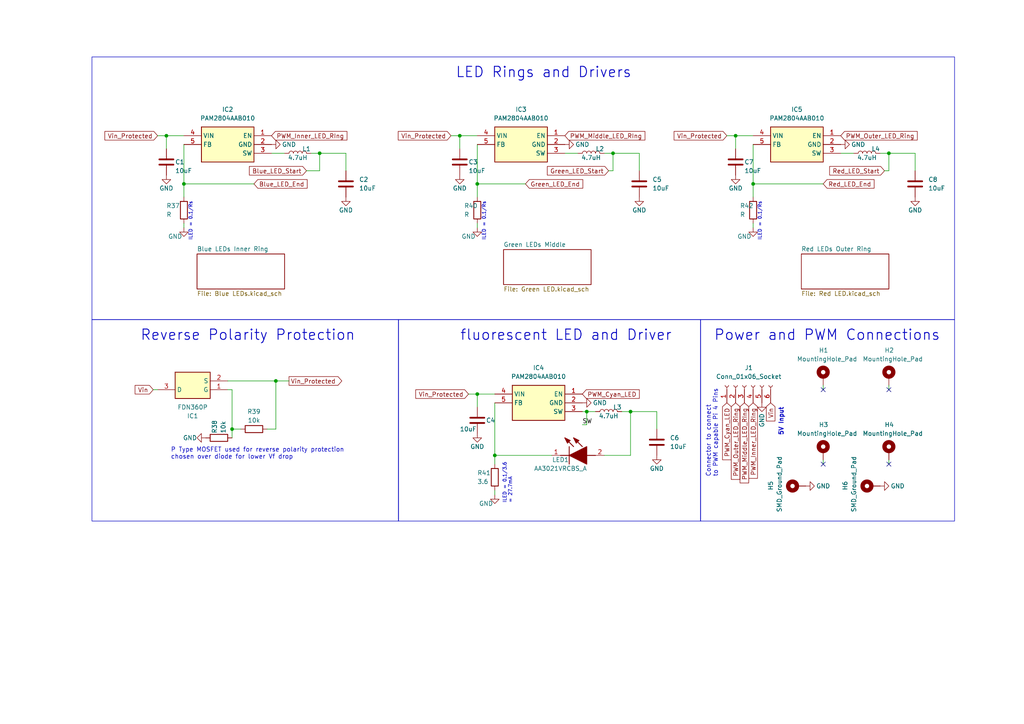
<source format=kicad_sch>
(kicad_sch (version 20230121) (generator eeschema)

  (uuid 985f529a-94b0-4332-b14e-ba2a298ddda3)

  (paper "A4")

  (lib_symbols
    (symbol "CC_LED_Driver:PAM2804AAB010" (in_bom yes) (on_board yes)
      (property "Reference" "IC" (at 21.59 7.62 0)
        (effects (font (size 1.27 1.27)) (justify left top))
      )
      (property "Value" "PAM2804AAB010" (at 21.59 5.08 0)
        (effects (font (size 1.27 1.27)) (justify left top))
      )
      (property "Footprint" "SOT95P280X100-5N" (at 21.59 -94.92 0)
        (effects (font (size 1.27 1.27)) (justify left top) hide)
      )
      (property "Datasheet" "https://datasheet.datasheetarchive.com/originals/distributors/Datasheets-DGA14/623135.pdf" (at 21.59 -194.92 0)
        (effects (font (size 1.27 1.27)) (justify left top) hide)
      )
      (property "Height" "1" (at 21.59 -394.92 0)
        (effects (font (size 1.27 1.27)) (justify left top) hide)
      )
      (property "Manufacturer_Name" "Diodes Inc." (at 21.59 -494.92 0)
        (effects (font (size 1.27 1.27)) (justify left top) hide)
      )
      (property "Manufacturer_Part_Number" "PAM2804AAB010" (at 21.59 -594.92 0)
        (effects (font (size 1.27 1.27)) (justify left top) hide)
      )
      (property "Mouser Part Number" "621-PAM2804AAB010" (at 21.59 -694.92 0)
        (effects (font (size 1.27 1.27)) (justify left top) hide)
      )
      (property "Mouser Price/Stock" "https://www.mouser.co.uk/ProductDetail/Diodes-Incorporated/PAM2804AAB010?qs=%252BSlWJf1dfkK6lyf0TsptUw%3D%3D" (at 21.59 -794.92 0)
        (effects (font (size 1.27 1.27)) (justify left top) hide)
      )
      (property "Arrow Part Number" "PAM2804AAB010" (at 21.59 -894.92 0)
        (effects (font (size 1.27 1.27)) (justify left top) hide)
      )
      (property "Arrow Price/Stock" "https://www.arrow.com/en/products/pam2804aab010/diodes-incorporated?region=europe" (at 21.59 -994.92 0)
        (effects (font (size 1.27 1.27)) (justify left top) hide)
      )
      (property "ki_description" "DiodesZetex PAM2804AAB010 LED Driver IC, 2.5  6 V dc 1A 5-Pin SOT-23" (at 0 0 0)
        (effects (font (size 1.27 1.27)) hide)
      )
      (symbol "PAM2804AAB010_1_1"
        (rectangle (start 5.08 2.54) (end 20.32 -7.62)
          (stroke (width 0.254) (type default))
          (fill (type background))
        )
        (pin passive line (at 0 0 0) (length 5.08)
          (name "EN" (effects (font (size 1.27 1.27))))
          (number "1" (effects (font (size 1.27 1.27))))
        )
        (pin passive line (at 0 -2.54 0) (length 5.08)
          (name "GND" (effects (font (size 1.27 1.27))))
          (number "2" (effects (font (size 1.27 1.27))))
        )
        (pin passive line (at 0 -5.08 0) (length 5.08)
          (name "SW" (effects (font (size 1.27 1.27))))
          (number "3" (effects (font (size 1.27 1.27))))
        )
        (pin passive line (at 25.4 0 180) (length 5.08)
          (name "VIN" (effects (font (size 1.27 1.27))))
          (number "4" (effects (font (size 1.27 1.27))))
        )
        (pin passive line (at 25.4 -2.54 180) (length 5.08)
          (name "FB" (effects (font (size 1.27 1.27))))
          (number "5" (effects (font (size 1.27 1.27))))
        )
      )
    )
    (symbol "Connector:Conn_01x06_Socket" (pin_names (offset 1.016) hide) (in_bom yes) (on_board yes)
      (property "Reference" "J" (at 0 7.62 0)
        (effects (font (size 1.27 1.27)))
      )
      (property "Value" "Conn_01x06_Socket" (at 0 -10.16 0)
        (effects (font (size 1.27 1.27)))
      )
      (property "Footprint" "" (at 0 0 0)
        (effects (font (size 1.27 1.27)) hide)
      )
      (property "Datasheet" "~" (at 0 0 0)
        (effects (font (size 1.27 1.27)) hide)
      )
      (property "ki_locked" "" (at 0 0 0)
        (effects (font (size 1.27 1.27)))
      )
      (property "ki_keywords" "connector" (at 0 0 0)
        (effects (font (size 1.27 1.27)) hide)
      )
      (property "ki_description" "Generic connector, single row, 01x06, script generated" (at 0 0 0)
        (effects (font (size 1.27 1.27)) hide)
      )
      (property "ki_fp_filters" "Connector*:*_1x??_*" (at 0 0 0)
        (effects (font (size 1.27 1.27)) hide)
      )
      (symbol "Conn_01x06_Socket_1_1"
        (arc (start 0 -7.112) (mid -0.5058 -7.62) (end 0 -8.128)
          (stroke (width 0.1524) (type default))
          (fill (type none))
        )
        (arc (start 0 -4.572) (mid -0.5058 -5.08) (end 0 -5.588)
          (stroke (width 0.1524) (type default))
          (fill (type none))
        )
        (arc (start 0 -2.032) (mid -0.5058 -2.54) (end 0 -3.048)
          (stroke (width 0.1524) (type default))
          (fill (type none))
        )
        (polyline
          (pts
            (xy -1.27 -7.62)
            (xy -0.508 -7.62)
          )
          (stroke (width 0.1524) (type default))
          (fill (type none))
        )
        (polyline
          (pts
            (xy -1.27 -5.08)
            (xy -0.508 -5.08)
          )
          (stroke (width 0.1524) (type default))
          (fill (type none))
        )
        (polyline
          (pts
            (xy -1.27 -2.54)
            (xy -0.508 -2.54)
          )
          (stroke (width 0.1524) (type default))
          (fill (type none))
        )
        (polyline
          (pts
            (xy -1.27 0)
            (xy -0.508 0)
          )
          (stroke (width 0.1524) (type default))
          (fill (type none))
        )
        (polyline
          (pts
            (xy -1.27 2.54)
            (xy -0.508 2.54)
          )
          (stroke (width 0.1524) (type default))
          (fill (type none))
        )
        (polyline
          (pts
            (xy -1.27 5.08)
            (xy -0.508 5.08)
          )
          (stroke (width 0.1524) (type default))
          (fill (type none))
        )
        (arc (start 0 0.508) (mid -0.5058 0) (end 0 -0.508)
          (stroke (width 0.1524) (type default))
          (fill (type none))
        )
        (arc (start 0 3.048) (mid -0.5058 2.54) (end 0 2.032)
          (stroke (width 0.1524) (type default))
          (fill (type none))
        )
        (arc (start 0 5.588) (mid -0.5058 5.08) (end 0 4.572)
          (stroke (width 0.1524) (type default))
          (fill (type none))
        )
        (pin passive line (at -5.08 5.08 0) (length 3.81)
          (name "Pin_1" (effects (font (size 1.27 1.27))))
          (number "1" (effects (font (size 1.27 1.27))))
        )
        (pin passive line (at -5.08 2.54 0) (length 3.81)
          (name "Pin_2" (effects (font (size 1.27 1.27))))
          (number "2" (effects (font (size 1.27 1.27))))
        )
        (pin passive line (at -5.08 0 0) (length 3.81)
          (name "Pin_3" (effects (font (size 1.27 1.27))))
          (number "3" (effects (font (size 1.27 1.27))))
        )
        (pin passive line (at -5.08 -2.54 0) (length 3.81)
          (name "Pin_4" (effects (font (size 1.27 1.27))))
          (number "4" (effects (font (size 1.27 1.27))))
        )
        (pin passive line (at -5.08 -5.08 0) (length 3.81)
          (name "Pin_5" (effects (font (size 1.27 1.27))))
          (number "5" (effects (font (size 1.27 1.27))))
        )
        (pin passive line (at -5.08 -7.62 0) (length 3.81)
          (name "Pin_6" (effects (font (size 1.27 1.27))))
          (number "6" (effects (font (size 1.27 1.27))))
        )
      )
    )
    (symbol "Device:C" (pin_numbers hide) (pin_names (offset 0.254)) (in_bom yes) (on_board yes)
      (property "Reference" "C" (at 0.635 2.54 0)
        (effects (font (size 1.27 1.27)) (justify left))
      )
      (property "Value" "C" (at 0.635 -2.54 0)
        (effects (font (size 1.27 1.27)) (justify left))
      )
      (property "Footprint" "" (at 0.9652 -3.81 0)
        (effects (font (size 1.27 1.27)) hide)
      )
      (property "Datasheet" "~" (at 0 0 0)
        (effects (font (size 1.27 1.27)) hide)
      )
      (property "ki_keywords" "cap capacitor" (at 0 0 0)
        (effects (font (size 1.27 1.27)) hide)
      )
      (property "ki_description" "Unpolarized capacitor" (at 0 0 0)
        (effects (font (size 1.27 1.27)) hide)
      )
      (property "ki_fp_filters" "C_*" (at 0 0 0)
        (effects (font (size 1.27 1.27)) hide)
      )
      (symbol "C_0_1"
        (polyline
          (pts
            (xy -2.032 -0.762)
            (xy 2.032 -0.762)
          )
          (stroke (width 0.508) (type default))
          (fill (type none))
        )
        (polyline
          (pts
            (xy -2.032 0.762)
            (xy 2.032 0.762)
          )
          (stroke (width 0.508) (type default))
          (fill (type none))
        )
      )
      (symbol "C_1_1"
        (pin passive line (at 0 3.81 270) (length 2.794)
          (name "~" (effects (font (size 1.27 1.27))))
          (number "1" (effects (font (size 1.27 1.27))))
        )
        (pin passive line (at 0 -3.81 90) (length 2.794)
          (name "~" (effects (font (size 1.27 1.27))))
          (number "2" (effects (font (size 1.27 1.27))))
        )
      )
    )
    (symbol "Device:L" (pin_numbers hide) (pin_names (offset 1.016) hide) (in_bom yes) (on_board yes)
      (property "Reference" "L" (at -1.27 0 90)
        (effects (font (size 1.27 1.27)))
      )
      (property "Value" "L" (at 1.905 0 90)
        (effects (font (size 1.27 1.27)))
      )
      (property "Footprint" "" (at 0 0 0)
        (effects (font (size 1.27 1.27)) hide)
      )
      (property "Datasheet" "~" (at 0 0 0)
        (effects (font (size 1.27 1.27)) hide)
      )
      (property "ki_keywords" "inductor choke coil reactor magnetic" (at 0 0 0)
        (effects (font (size 1.27 1.27)) hide)
      )
      (property "ki_description" "Inductor" (at 0 0 0)
        (effects (font (size 1.27 1.27)) hide)
      )
      (property "ki_fp_filters" "Choke_* *Coil* Inductor_* L_*" (at 0 0 0)
        (effects (font (size 1.27 1.27)) hide)
      )
      (symbol "L_0_1"
        (arc (start 0 -2.54) (mid 0.6323 -1.905) (end 0 -1.27)
          (stroke (width 0) (type default))
          (fill (type none))
        )
        (arc (start 0 -1.27) (mid 0.6323 -0.635) (end 0 0)
          (stroke (width 0) (type default))
          (fill (type none))
        )
        (arc (start 0 0) (mid 0.6323 0.635) (end 0 1.27)
          (stroke (width 0) (type default))
          (fill (type none))
        )
        (arc (start 0 1.27) (mid 0.6323 1.905) (end 0 2.54)
          (stroke (width 0) (type default))
          (fill (type none))
        )
      )
      (symbol "L_1_1"
        (pin passive line (at 0 3.81 270) (length 1.27)
          (name "1" (effects (font (size 1.27 1.27))))
          (number "1" (effects (font (size 1.27 1.27))))
        )
        (pin passive line (at 0 -3.81 90) (length 1.27)
          (name "2" (effects (font (size 1.27 1.27))))
          (number "2" (effects (font (size 1.27 1.27))))
        )
      )
    )
    (symbol "Device:R" (pin_numbers hide) (pin_names (offset 0)) (in_bom yes) (on_board yes)
      (property "Reference" "R" (at 2.032 0 90)
        (effects (font (size 1.27 1.27)))
      )
      (property "Value" "R" (at 0 0 90)
        (effects (font (size 1.27 1.27)))
      )
      (property "Footprint" "" (at -1.778 0 90)
        (effects (font (size 1.27 1.27)) hide)
      )
      (property "Datasheet" "~" (at 0 0 0)
        (effects (font (size 1.27 1.27)) hide)
      )
      (property "ki_keywords" "R res resistor" (at 0 0 0)
        (effects (font (size 1.27 1.27)) hide)
      )
      (property "ki_description" "Resistor" (at 0 0 0)
        (effects (font (size 1.27 1.27)) hide)
      )
      (property "ki_fp_filters" "R_*" (at 0 0 0)
        (effects (font (size 1.27 1.27)) hide)
      )
      (symbol "R_0_1"
        (rectangle (start -1.016 -2.54) (end 1.016 2.54)
          (stroke (width 0.254) (type default))
          (fill (type none))
        )
      )
      (symbol "R_1_1"
        (pin passive line (at 0 3.81 270) (length 1.27)
          (name "~" (effects (font (size 1.27 1.27))))
          (number "1" (effects (font (size 1.27 1.27))))
        )
        (pin passive line (at 0 -3.81 90) (length 1.27)
          (name "~" (effects (font (size 1.27 1.27))))
          (number "2" (effects (font (size 1.27 1.27))))
        )
      )
    )
    (symbol "Mechanical:MountingHole_Pad" (pin_numbers hide) (pin_names (offset 1.016) hide) (in_bom yes) (on_board yes)
      (property "Reference" "H" (at 0 6.35 0)
        (effects (font (size 1.27 1.27)))
      )
      (property "Value" "MountingHole_Pad" (at 0 4.445 0)
        (effects (font (size 1.27 1.27)))
      )
      (property "Footprint" "" (at 0 0 0)
        (effects (font (size 1.27 1.27)) hide)
      )
      (property "Datasheet" "~" (at 0 0 0)
        (effects (font (size 1.27 1.27)) hide)
      )
      (property "ki_keywords" "mounting hole" (at 0 0 0)
        (effects (font (size 1.27 1.27)) hide)
      )
      (property "ki_description" "Mounting Hole with connection" (at 0 0 0)
        (effects (font (size 1.27 1.27)) hide)
      )
      (property "ki_fp_filters" "MountingHole*Pad*" (at 0 0 0)
        (effects (font (size 1.27 1.27)) hide)
      )
      (symbol "MountingHole_Pad_0_1"
        (circle (center 0 1.27) (radius 1.27)
          (stroke (width 1.27) (type default))
          (fill (type none))
        )
      )
      (symbol "MountingHole_Pad_1_1"
        (pin input line (at 0 -2.54 90) (length 2.54)
          (name "1" (effects (font (size 1.27 1.27))))
          (number "1" (effects (font (size 1.27 1.27))))
        )
      )
    )
    (symbol "SMD_LED:AA3021VRCBS_A" (pin_names hide) (in_bom yes) (on_board yes)
      (property "Reference" "LED" (at 12.7 8.89 0)
        (effects (font (size 1.27 1.27)) (justify left bottom))
      )
      (property "Value" "AA3021VRCBS_A" (at 12.7 6.35 0)
        (effects (font (size 1.27 1.27)) (justify left bottom))
      )
      (property "Footprint" "LEDM3020X150N" (at 12.7 -93.65 0)
        (effects (font (size 1.27 1.27)) (justify left bottom) hide)
      )
      (property "Datasheet" "https://www.arrow.com/en/products/aa3021vrcbsa/kingbright" (at 12.7 -193.65 0)
        (effects (font (size 1.27 1.27)) (justify left bottom) hide)
      )
      (property "Height" "1.5" (at 12.7 -393.65 0)
        (effects (font (size 1.27 1.27)) (justify left bottom) hide)
      )
      (property "Manufacturer_Name" "Kingbright" (at 12.7 -493.65 0)
        (effects (font (size 1.27 1.27)) (justify left bottom) hide)
      )
      (property "Manufacturer_Part_Number" "AA3021VRCBS/A" (at 12.7 -593.65 0)
        (effects (font (size 1.27 1.27)) (justify left bottom) hide)
      )
      (property "Mouser Part Number" "604-AA3021VRCBSA" (at 12.7 -693.65 0)
        (effects (font (size 1.27 1.27)) (justify left bottom) hide)
      )
      (property "Mouser Price/Stock" "https://www.mouser.co.uk/ProductDetail/Kingbright/AA3021VRCBS-A?qs=xhbEVWpZdWfh%2FUbhtEnz2w%3D%3D" (at 12.7 -793.65 0)
        (effects (font (size 1.27 1.27)) (justify left bottom) hide)
      )
      (property "Arrow Part Number" "AA3021VRCBS/A" (at 12.7 -893.65 0)
        (effects (font (size 1.27 1.27)) (justify left bottom) hide)
      )
      (property "Arrow Price/Stock" "https://www.arrow.com/en/products/aa3021vrcbsa/kingbright" (at 12.7 -993.65 0)
        (effects (font (size 1.27 1.27)) (justify left bottom) hide)
      )
      (property "ki_description" "3.0x2.0mm Blue Lagoon SMD LED (X=0.19, Y=0.37)" (at 0 0 0)
        (effects (font (size 1.27 1.27)) hide)
      )
      (symbol "AA3021VRCBS_A_1_1"
        (polyline
          (pts
            (xy 2.54 0)
            (xy 5.08 0)
          )
          (stroke (width 0.254) (type default))
          (fill (type none))
        )
        (polyline
          (pts
            (xy 5.08 2.54)
            (xy 5.08 -2.54)
          )
          (stroke (width 0.254) (type default))
          (fill (type none))
        )
        (polyline
          (pts
            (xy 6.35 2.54)
            (xy 3.81 5.08)
          )
          (stroke (width 0.254) (type default))
          (fill (type none))
        )
        (polyline
          (pts
            (xy 8.89 2.54)
            (xy 6.35 5.08)
          )
          (stroke (width 0.254) (type default))
          (fill (type none))
        )
        (polyline
          (pts
            (xy 10.16 0)
            (xy 12.7 0)
          )
          (stroke (width 0.254) (type default))
          (fill (type none))
        )
        (polyline
          (pts
            (xy 5.08 0)
            (xy 10.16 2.54)
            (xy 10.16 -2.54)
            (xy 5.08 0)
          )
          (stroke (width 0.254) (type default))
          (fill (type outline))
        )
        (polyline
          (pts
            (xy 5.334 4.318)
            (xy 4.572 3.556)
            (xy 3.81 5.08)
            (xy 5.334 4.318)
          )
          (stroke (width 0.254) (type default))
          (fill (type outline))
        )
        (polyline
          (pts
            (xy 7.874 4.318)
            (xy 7.112 3.556)
            (xy 6.35 5.08)
            (xy 7.874 4.318)
          )
          (stroke (width 0.254) (type default))
          (fill (type outline))
        )
        (pin power_in line (at 0 0 0) (length 2.54)
          (name "K" (effects (font (size 1.27 1.27))))
          (number "1" (effects (font (size 1.27 1.27))))
        )
        (pin power_in line (at 15.24 0 180) (length 2.54)
          (name "A" (effects (font (size 1.27 1.27))))
          (number "2" (effects (font (size 1.27 1.27))))
        )
      )
    )
    (symbol "SMD_Mosfet:FDN360P" (in_bom yes) (on_board yes)
      (property "Reference" "IC" (at 16.51 7.62 0)
        (effects (font (size 1.27 1.27)) (justify left top))
      )
      (property "Value" "FDN360P" (at 16.51 5.08 0)
        (effects (font (size 1.27 1.27)) (justify left top))
      )
      (property "Footprint" "SOT95P251X112-3N" (at 16.51 -94.92 0)
        (effects (font (size 1.27 1.27)) (justify left top) hide)
      )
      (property "Datasheet" "https://www.onsemi.com/pub/Collateral/FDN360P-D.PDF" (at 16.51 -194.92 0)
        (effects (font (size 1.27 1.27)) (justify left top) hide)
      )
      (property "Height" "1.12" (at 16.51 -394.92 0)
        (effects (font (size 1.27 1.27)) (justify left top) hide)
      )
      (property "Manufacturer_Name" "onsemi" (at 16.51 -494.92 0)
        (effects (font (size 1.27 1.27)) (justify left top) hide)
      )
      (property "Manufacturer_Part_Number" "FDN360P" (at 16.51 -594.92 0)
        (effects (font (size 1.27 1.27)) (justify left top) hide)
      )
      (property "Mouser Part Number" "512-FDN360P" (at 16.51 -694.92 0)
        (effects (font (size 1.27 1.27)) (justify left top) hide)
      )
      (property "Mouser Price/Stock" "https://www.mouser.co.uk/ProductDetail/onsemi-Fairchild/FDN360P?qs=zGDcupr4zwN8JFelapXFpw%3D%3D" (at 16.51 -794.92 0)
        (effects (font (size 1.27 1.27)) (justify left top) hide)
      )
      (property "Arrow Part Number" "FDN360P" (at 16.51 -894.92 0)
        (effects (font (size 1.27 1.27)) (justify left top) hide)
      )
      (property "Arrow Price/Stock" "https://www.arrow.com/en/products/fdn360p/on-semiconductor?region=nac" (at 16.51 -994.92 0)
        (effects (font (size 1.27 1.27)) (justify left top) hide)
      )
      (property "ki_description" "FDN360P, P-channel MOSFET Transistor 2 A 30 V, 3-Pin SuperSOT" (at 0 0 0)
        (effects (font (size 1.27 1.27)) hide)
      )
      (symbol "FDN360P_1_1"
        (rectangle (start 5.08 2.54) (end 15.24 -5.08)
          (stroke (width 0.254) (type default))
          (fill (type background))
        )
        (pin passive line (at 0 0 0) (length 5.08)
          (name "G" (effects (font (size 1.27 1.27))))
          (number "1" (effects (font (size 1.27 1.27))))
        )
        (pin passive line (at 0 -2.54 0) (length 5.08)
          (name "S" (effects (font (size 1.27 1.27))))
          (number "2" (effects (font (size 1.27 1.27))))
        )
        (pin passive line (at 20.32 0 180) (length 5.08)
          (name "D" (effects (font (size 1.27 1.27))))
          (number "3" (effects (font (size 1.27 1.27))))
        )
      )
    )
    (symbol "power:GND" (power) (pin_names (offset 0)) (in_bom yes) (on_board yes)
      (property "Reference" "#PWR" (at 0 -6.35 0)
        (effects (font (size 1.27 1.27)) hide)
      )
      (property "Value" "GND" (at 0 -3.81 0)
        (effects (font (size 1.27 1.27)))
      )
      (property "Footprint" "" (at 0 0 0)
        (effects (font (size 1.27 1.27)) hide)
      )
      (property "Datasheet" "" (at 0 0 0)
        (effects (font (size 1.27 1.27)) hide)
      )
      (property "ki_keywords" "global power" (at 0 0 0)
        (effects (font (size 1.27 1.27)) hide)
      )
      (property "ki_description" "Power symbol creates a global label with name \"GND\" , ground" (at 0 0 0)
        (effects (font (size 1.27 1.27)) hide)
      )
      (symbol "GND_0_1"
        (polyline
          (pts
            (xy 0 0)
            (xy 0 -1.27)
            (xy 1.27 -1.27)
            (xy 0 -2.54)
            (xy -1.27 -1.27)
            (xy 0 -1.27)
          )
          (stroke (width 0) (type default))
          (fill (type none))
        )
      )
      (symbol "GND_1_1"
        (pin power_in line (at 0 0 270) (length 0) hide
          (name "GND" (effects (font (size 1.27 1.27))))
          (number "1" (effects (font (size 1.27 1.27))))
        )
      )
    )
  )

  (junction (at 170.18 119.38) (diameter 0) (color 0 0 0 0)
    (uuid 05b5dbe0-1755-4aa7-b50b-860c70e9eb89)
  )
  (junction (at 138.43 114.3) (diameter 0) (color 0 0 0 0)
    (uuid 3fc67c4e-9849-4a1f-b8cd-d2dc438da143)
  )
  (junction (at 133.35 39.37) (diameter 0) (color 0 0 0 0)
    (uuid 4634b24a-81e2-4388-a20b-c571789f0a64)
  )
  (junction (at 257.81 44.45) (diameter 0) (color 0 0 0 0)
    (uuid 61d868f9-a04a-4b05-903a-8bfa2fdacca1)
  )
  (junction (at 48.26 39.37) (diameter 0) (color 0 0 0 0)
    (uuid 94e9e852-3ed2-46d9-9040-023e3e8be66a)
  )
  (junction (at 138.43 53.34) (diameter 0) (color 0 0 0 0)
    (uuid a1ae88e3-7018-4956-8755-777ff38b50a5)
  )
  (junction (at 67.31 124.46) (diameter 0) (color 0 0 0 0)
    (uuid ad2f6c06-228d-4705-be6f-af16c8049a59)
  )
  (junction (at 143.51 132.08) (diameter 0) (color 0 0 0 0)
    (uuid bb5f6dfa-e138-4936-a8d3-c036a59c5b5b)
  )
  (junction (at 182.88 119.38) (diameter 0) (color 0 0 0 0)
    (uuid d12a93ac-a5e0-430e-aad2-0362ac926082)
  )
  (junction (at 80.01 110.49) (diameter 0) (color 0 0 0 0)
    (uuid d4e2c842-f9c1-4fec-909b-b1b099a4daa9)
  )
  (junction (at 92.71 44.45) (diameter 0) (color 0 0 0 0)
    (uuid e88d6b3f-e02d-4c7c-9a75-db23d97721b8)
  )
  (junction (at 218.44 53.34) (diameter 0) (color 0 0 0 0)
    (uuid f49b12e8-f54d-487b-a9f2-0b174c899550)
  )
  (junction (at 177.8 44.45) (diameter 0) (color 0 0 0 0)
    (uuid f590fab1-62e0-4622-99e4-db0fb39daf40)
  )
  (junction (at 213.36 39.37) (diameter 0) (color 0 0 0 0)
    (uuid f602a8a7-1540-4bca-b8ee-b3ab03605042)
  )
  (junction (at 53.34 53.34) (diameter 0) (color 0 0 0 0)
    (uuid fae5ae16-5c2b-4d48-9e5b-9036797ffc52)
  )

  (no_connect (at 257.81 134.62) (uuid 654816cc-0645-4c41-a952-6efbf6e9cf50))
  (no_connect (at 257.81 113.03) (uuid 769613ac-4f5f-4f84-809e-c5c38fef95ea))
  (no_connect (at 238.76 134.62) (uuid 7b892268-df40-482f-b49e-3378c5ee8892))
  (no_connect (at 238.76 113.03) (uuid fed73fc3-ffbb-4d30-ae92-8846e3e57683))

  (wire (pts (xy 138.43 118.11) (xy 138.43 114.3))
    (stroke (width 0) (type default))
    (uuid 027db88f-5897-44cc-9ae5-a5fd8ff2c867)
  )
  (wire (pts (xy 243.84 44.45) (xy 247.65 44.45))
    (stroke (width 0) (type default))
    (uuid 090fbfdb-10e2-44a0-bd45-6098b5c40134)
  )
  (wire (pts (xy 143.51 116.84) (xy 143.51 132.08))
    (stroke (width 0) (type default))
    (uuid 096aa61a-3139-4fc6-9652-d3dce692e801)
  )
  (wire (pts (xy 92.71 44.45) (xy 92.71 49.53))
    (stroke (width 0) (type default))
    (uuid 0ba2d20b-2aad-468c-afc6-7fd9f5fa33ac)
  )
  (wire (pts (xy 48.26 43.18) (xy 48.26 39.37))
    (stroke (width 0) (type default))
    (uuid 0bdc17af-babd-4397-a5ed-446aa8bbf2c4)
  )
  (wire (pts (xy 80.01 110.49) (xy 83.82 110.49))
    (stroke (width 0) (type default))
    (uuid 0c831b3c-c817-4f5b-b96f-0ef6a9ae5609)
  )
  (wire (pts (xy 238.76 113.03) (xy 238.76 111.76))
    (stroke (width 0) (type default))
    (uuid 13532eaa-b27c-443c-b745-9d5725cec98d)
  )
  (wire (pts (xy 67.31 113.03) (xy 67.31 124.46))
    (stroke (width 0) (type default))
    (uuid 14fcf528-9b49-44f9-841c-1791f8efeb9a)
  )
  (wire (pts (xy 218.44 66.04) (xy 218.44 64.77))
    (stroke (width 0) (type default))
    (uuid 1937582b-3a3b-405c-bd9a-32539f837fa3)
  )
  (wire (pts (xy 257.81 44.45) (xy 257.81 49.53))
    (stroke (width 0) (type default))
    (uuid 1b8eb84b-80e6-47ee-897a-f1952c1a3693)
  )
  (wire (pts (xy 53.34 53.34) (xy 73.66 53.34))
    (stroke (width 0) (type default))
    (uuid 1f52915e-b139-48ad-a53d-e93413390408)
  )
  (wire (pts (xy 45.72 39.37) (xy 48.26 39.37))
    (stroke (width 0) (type default))
    (uuid 254fbcf6-1dc6-4131-a0e4-1b558809c078)
  )
  (wire (pts (xy 255.27 44.45) (xy 257.81 44.45))
    (stroke (width 0) (type default))
    (uuid 273f01eb-0365-4375-9512-af25d86089e9)
  )
  (wire (pts (xy 182.88 132.08) (xy 175.26 132.08))
    (stroke (width 0) (type default))
    (uuid 2809c090-98de-4551-9e06-60e25191f4a1)
  )
  (wire (pts (xy 53.34 53.34) (xy 53.34 57.15))
    (stroke (width 0) (type default))
    (uuid 292c2034-c476-4e0a-b363-648b4b77f3e2)
  )
  (wire (pts (xy 138.43 53.34) (xy 152.4 53.34))
    (stroke (width 0) (type default))
    (uuid 2c5503de-abe8-4a53-b284-498351c7d476)
  )
  (wire (pts (xy 138.43 114.3) (xy 143.51 114.3))
    (stroke (width 0) (type default))
    (uuid 3b8d76ce-2200-46b0-894d-82dc4db4ef27)
  )
  (wire (pts (xy 190.5 124.46) (xy 190.5 119.38))
    (stroke (width 0) (type default))
    (uuid 45aed40e-9819-47c0-9cfd-51ef35391019)
  )
  (wire (pts (xy 257.81 113.03) (xy 257.81 111.76))
    (stroke (width 0) (type default))
    (uuid 46c4dec4-1e60-43eb-8dee-c7dc60f31e62)
  )
  (wire (pts (xy 130.81 39.37) (xy 133.35 39.37))
    (stroke (width 0) (type default))
    (uuid 47e20fdf-dec8-44d3-9791-fb6ca986449d)
  )
  (wire (pts (xy 66.04 110.49) (xy 80.01 110.49))
    (stroke (width 0) (type default))
    (uuid 4dbcde7a-756a-4d64-8e16-82017fae7603)
  )
  (wire (pts (xy 143.51 132.08) (xy 160.02 132.08))
    (stroke (width 0) (type default))
    (uuid 59391178-60fa-4031-8055-4aec269ffffa)
  )
  (wire (pts (xy 92.71 44.45) (xy 100.33 44.45))
    (stroke (width 0) (type default))
    (uuid 6092fcff-16c2-40ad-afb8-066b670bba77)
  )
  (wire (pts (xy 143.51 142.24) (xy 143.51 143.51))
    (stroke (width 0) (type default))
    (uuid 6139a2c1-de1c-4346-b2bd-f0e6cffb05f7)
  )
  (wire (pts (xy 78.74 44.45) (xy 82.55 44.45))
    (stroke (width 0) (type default))
    (uuid 657e178c-1e2f-4c94-954d-2c722bfa2830)
  )
  (wire (pts (xy 213.36 43.18) (xy 213.36 39.37))
    (stroke (width 0) (type default))
    (uuid 695daf50-b351-4e95-9aa8-c3688770da32)
  )
  (wire (pts (xy 170.18 119.38) (xy 172.72 119.38))
    (stroke (width 0) (type default))
    (uuid 6ab4a84b-af4c-4887-933d-2cc6a9f46193)
  )
  (wire (pts (xy 53.34 41.91) (xy 53.34 53.34))
    (stroke (width 0) (type default))
    (uuid 7213f55e-90fc-420f-a046-54844e651aff)
  )
  (wire (pts (xy 180.34 119.38) (xy 182.88 119.38))
    (stroke (width 0) (type default))
    (uuid 7235dd17-4d1a-4853-99ed-13c7e5b82cd1)
  )
  (wire (pts (xy 168.91 119.38) (xy 170.18 119.38))
    (stroke (width 0) (type default))
    (uuid 73bb33a7-923c-4c05-a23b-542a131eecbe)
  )
  (wire (pts (xy 177.8 44.45) (xy 185.42 44.45))
    (stroke (width 0) (type default))
    (uuid 760e7dac-4e15-4797-a071-974b70871329)
  )
  (wire (pts (xy 77.47 124.46) (xy 80.01 124.46))
    (stroke (width 0) (type default))
    (uuid 78d72969-0b7c-4642-86b0-49f6a321f6d7)
  )
  (wire (pts (xy 185.42 49.53) (xy 185.42 44.45))
    (stroke (width 0) (type default))
    (uuid 7a6a0281-a09a-43ce-ac7e-0a5fd5cd343f)
  )
  (wire (pts (xy 48.26 39.37) (xy 53.34 39.37))
    (stroke (width 0) (type default))
    (uuid 7adc1acb-952f-41e3-b4b0-2892e1c98579)
  )
  (wire (pts (xy 143.51 132.08) (xy 143.51 134.62))
    (stroke (width 0) (type default))
    (uuid 7fea40a1-a145-4fb9-b5cc-7f403789c37b)
  )
  (wire (pts (xy 177.8 49.53) (xy 176.53 49.53))
    (stroke (width 0) (type default))
    (uuid 819ae717-c1fa-47af-9308-a15c5f529679)
  )
  (wire (pts (xy 182.88 119.38) (xy 190.5 119.38))
    (stroke (width 0) (type default))
    (uuid 845927f0-d21b-4694-ba56-fcfc0f6448b1)
  )
  (wire (pts (xy 133.35 39.37) (xy 138.43 39.37))
    (stroke (width 0) (type default))
    (uuid 889121c8-43e7-4136-958f-79335f4e867a)
  )
  (wire (pts (xy 257.81 49.53) (xy 256.54 49.53))
    (stroke (width 0) (type default))
    (uuid 8d163024-793a-410d-8d29-63762c75e237)
  )
  (wire (pts (xy 168.91 123.19) (xy 170.18 123.19))
    (stroke (width 0) (type default))
    (uuid 8e6e6d09-4481-4488-9993-a84a3bf1a774)
  )
  (wire (pts (xy 170.18 123.19) (xy 170.18 119.38))
    (stroke (width 0) (type default))
    (uuid 9073a6d6-79fb-4bf7-8c0f-e8d15d860417)
  )
  (wire (pts (xy 44.45 113.03) (xy 45.72 113.03))
    (stroke (width 0) (type default))
    (uuid 967acdae-0e52-46b8-8eb9-62d390afb1b2)
  )
  (wire (pts (xy 177.8 44.45) (xy 177.8 49.53))
    (stroke (width 0) (type default))
    (uuid 98b44dec-d734-4237-b92a-433adf31ae23)
  )
  (wire (pts (xy 210.82 39.37) (xy 213.36 39.37))
    (stroke (width 0) (type default))
    (uuid 9e45380b-7551-48fe-8c9e-1eb533d4b55b)
  )
  (wire (pts (xy 133.35 43.18) (xy 133.35 39.37))
    (stroke (width 0) (type default))
    (uuid a005a13d-443b-4871-983f-f12fc13d7f41)
  )
  (wire (pts (xy 90.17 44.45) (xy 92.71 44.45))
    (stroke (width 0) (type default))
    (uuid a23a605b-9a3b-4aaf-a5b4-42801f76b60a)
  )
  (wire (pts (xy 238.76 134.62) (xy 238.76 133.35))
    (stroke (width 0) (type default))
    (uuid a2842555-0bab-49c9-9033-a7940fe26bc1)
  )
  (wire (pts (xy 257.81 44.45) (xy 265.43 44.45))
    (stroke (width 0) (type default))
    (uuid a7049bf6-8875-4b2f-82f2-77dab2ef5bdd)
  )
  (wire (pts (xy 67.31 124.46) (xy 69.85 124.46))
    (stroke (width 0) (type default))
    (uuid a870ad7d-7422-4439-8caa-cb02cd470ea6)
  )
  (wire (pts (xy 163.83 44.45) (xy 167.64 44.45))
    (stroke (width 0) (type default))
    (uuid aaef6423-86e9-4202-8d11-2bbd2c679817)
  )
  (wire (pts (xy 175.26 44.45) (xy 177.8 44.45))
    (stroke (width 0) (type default))
    (uuid ad4018e7-4a39-49fa-b2f9-0b50106cddb4)
  )
  (wire (pts (xy 138.43 41.91) (xy 138.43 53.34))
    (stroke (width 0) (type default))
    (uuid b1890d92-0fbf-4e0c-a2fb-a84340268730)
  )
  (wire (pts (xy 218.44 53.34) (xy 218.44 57.15))
    (stroke (width 0) (type default))
    (uuid c0d2a074-ee53-4266-b29d-a60b056cd6c2)
  )
  (wire (pts (xy 100.33 49.53) (xy 100.33 44.45))
    (stroke (width 0) (type default))
    (uuid c4927d92-d6eb-4741-b069-d58ffe5fa9c8)
  )
  (wire (pts (xy 218.44 41.91) (xy 218.44 53.34))
    (stroke (width 0) (type default))
    (uuid c65075e5-31e8-467d-8518-64a11c449724)
  )
  (wire (pts (xy 80.01 110.49) (xy 80.01 124.46))
    (stroke (width 0) (type default))
    (uuid c858aae7-0ed5-4709-a65a-67c25263fc5f)
  )
  (wire (pts (xy 88.9 49.53) (xy 92.71 49.53))
    (stroke (width 0) (type default))
    (uuid cb92323b-ab50-4ba4-867e-137f41e02f5f)
  )
  (wire (pts (xy 135.89 114.3) (xy 138.43 114.3))
    (stroke (width 0) (type default))
    (uuid d142e1a9-6793-4967-96a7-50105c1a8b42)
  )
  (wire (pts (xy 218.44 53.34) (xy 238.76 53.34))
    (stroke (width 0) (type default))
    (uuid d1e4293f-3d03-437c-af25-a0c7c5340f12)
  )
  (wire (pts (xy 138.43 53.34) (xy 138.43 57.15))
    (stroke (width 0) (type default))
    (uuid d435f199-198f-4967-a7f4-e18c13b3f1e0)
  )
  (wire (pts (xy 257.81 134.62) (xy 257.81 133.35))
    (stroke (width 0) (type default))
    (uuid d85bedb8-0cfb-4910-82ad-10f9dcb2d1f0)
  )
  (wire (pts (xy 182.88 119.38) (xy 182.88 132.08))
    (stroke (width 0) (type default))
    (uuid e1f0b45a-7a73-4f50-90cb-a68326f3ca2a)
  )
  (wire (pts (xy 53.34 66.04) (xy 53.34 64.77))
    (stroke (width 0) (type default))
    (uuid e4552429-6426-4a7b-af2b-6a6216a0a6fe)
  )
  (wire (pts (xy 265.43 49.53) (xy 265.43 44.45))
    (stroke (width 0) (type default))
    (uuid eaacf403-0653-42a4-9ae8-faeca0c4907e)
  )
  (wire (pts (xy 66.04 113.03) (xy 67.31 113.03))
    (stroke (width 0) (type default))
    (uuid ede75f0c-819c-47e4-bf40-db48fb25d17a)
  )
  (wire (pts (xy 213.36 39.37) (xy 218.44 39.37))
    (stroke (width 0) (type default))
    (uuid ee0eea93-5ecd-4ce4-b4e4-7f4f7d917c0e)
  )
  (wire (pts (xy 67.31 124.46) (xy 67.31 127))
    (stroke (width 0) (type default))
    (uuid f3266865-18a7-4a24-9da6-a034b8b656ad)
  )
  (wire (pts (xy 138.43 66.04) (xy 138.43 64.77))
    (stroke (width 0) (type default))
    (uuid ff1785f3-0a17-4664-b115-99c771b90189)
  )

  (rectangle (start 115.57 92.71) (end 203.2 151.13)
    (stroke (width 0) (type default))
    (fill (type none))
    (uuid 511e1e40-bb63-49f5-8c13-915be6c8956b)
  )
  (rectangle (start 26.67 92.71) (end 115.57 151.13)
    (stroke (width 0) (type default))
    (fill (type none))
    (uuid b9fc6d07-84e5-486c-a5d4-712300f25be0)
  )
  (rectangle (start 203.2 92.71) (end 276.86 151.13)
    (stroke (width 0) (type default))
    (fill (type none))
    (uuid e1ecbf8a-5d59-4af9-8df1-6747b2fac65e)
  )
  (rectangle (start 26.67 16.51) (end 276.86 92.71)
    (stroke (width 0) (type default))
    (fill (type none))
    (uuid faeeb7cb-24b6-48fb-a1bb-311e412568f1)
  )

  (text "ILED = 0.1/Rs" (at 140.97 69.85 90)
    (effects (font (size 1 1)) (justify left bottom))
    (uuid 08f1457a-5aa3-4c35-b4c6-2421ffb9ce6b)
  )
  (text "5V Input" (at 227.33 118.11 90)
    (effects (font (size 1.27 1.27) bold) (justify right bottom))
    (uuid 119500d4-a91e-40c3-875c-33967977a749)
  )
  (text "Power and PWM Connections" (at 207.01 99.06 0)
    (effects (font (size 3 3) (thickness 0.254) bold) (justify left bottom))
    (uuid 3bfda6b8-77f4-45d2-85e8-d655a7db0a30)
  )
  (text "ILED = 0.1/Rs" (at 220.98 69.85 90)
    (effects (font (size 1 1)) (justify left bottom))
    (uuid 3c07a721-74ff-4223-ab90-5c37982086c9)
  )
  (text "P Type MOSFET used for reverse polarity protection\nchosen over diode for lower Vf drop"
    (at 49.53 133.35 0)
    (effects (font (size 1.27 1.27)) (justify left bottom))
    (uuid 65303f71-36b4-4ea6-8771-1fc327bc94a3)
  )
  (text "Reverse Polarity Protection" (at 40.64 99.06 0)
    (effects (font (size 3 3) (thickness 0.254) bold) (justify left bottom))
    (uuid 664843be-5780-4536-b7aa-0b39a8b1dc2f)
  )
  (text "LED Rings and Drivers" (at 132.08 22.86 0)
    (effects (font (size 3 3) (thickness 0.254) bold) (justify left bottom))
    (uuid 6e1ca09f-7cfd-4c95-9076-3e437458887e)
  )
  (text "fluorescent LED and Driver" (at 133.35 99.06 0)
    (effects (font (size 3 3) (thickness 0.254) bold) (justify left bottom))
    (uuid 79666cef-2d03-4c95-b658-daf2bfa0bd16)
  )
  (text "ILED = 0.1/Rs" (at 55.88 69.85 90)
    (effects (font (size 1 1)) (justify left bottom))
    (uuid 99e197fe-29e4-46ae-9326-927b39abae62)
  )
  (text "Connector to connect\nto PWM capable Pi 4 Pins" (at 208.28 138.43 90)
    (effects (font (size 1.27 1.27)) (justify left bottom))
    (uuid a950fb4f-b0ee-4407-9abf-ec3d027b543d)
  )
  (text "ILED = 0.1/3.6 \n= 27.7mA" (at 148.59 146.05 90)
    (effects (font (size 1 1)) (justify left bottom))
    (uuid ee4b5859-d0ea-48dd-a293-d180fd21873e)
  )

  (label "SW" (at 168.91 123.19 0) (fields_autoplaced)
    (effects (font (size 1.27 1.27)) (justify left bottom))
    (uuid 7ddabdde-4d6d-4c3d-9a6d-77c27bc3cfa4)
  )

  (global_label "Green_LED_End" (shape input) (at 152.4 53.34 0) (fields_autoplaced)
    (effects (font (size 1.27 1.27)) (justify left))
    (uuid 0c55bf0f-b8fa-443e-a6ca-3c552f1c1d41)
    (property "Intersheetrefs" "${INTERSHEET_REFS}" (at 169.5969 53.34 0)
      (effects (font (size 1.27 1.27)) (justify left) hide)
    )
  )
  (global_label "Blue_LED_End" (shape input) (at 73.66 53.34 0) (fields_autoplaced)
    (effects (font (size 1.27 1.27)) (justify left))
    (uuid 1ebbf90e-24a6-4271-8e13-40e3d1c8f484)
    (property "Intersheetrefs" "${INTERSHEET_REFS}" (at 89.6473 53.34 0)
      (effects (font (size 1.27 1.27)) (justify left) hide)
    )
  )
  (global_label "Vin" (shape input) (at 44.45 113.03 180) (fields_autoplaced)
    (effects (font (size 1.27 1.27)) (justify right))
    (uuid 28ab654c-f542-4db3-8b31-fc1b043e6ade)
    (property "Intersheetrefs" "${INTERSHEET_REFS}" (at 38.6224 113.03 0)
      (effects (font (size 1.27 1.27)) (justify right) hide)
    )
  )
  (global_label "Green_LED_Start" (shape input) (at 176.53 49.53 180) (fields_autoplaced)
    (effects (font (size 1.27 1.27)) (justify right))
    (uuid 3d6de5bd-9a39-4231-9496-58b099fca9fe)
    (property "Intersheetrefs" "${INTERSHEET_REFS}" (at 158.184 49.53 0)
      (effects (font (size 1.27 1.27)) (justify right) hide)
    )
  )
  (global_label "Vin_Protected" (shape input) (at 210.82 39.37 180) (fields_autoplaced)
    (effects (font (size 1.27 1.27)) (justify right))
    (uuid 3e294fb0-31ef-478f-b4f5-684b18e8ceb3)
    (property "Intersheetrefs" "${INTERSHEET_REFS}" (at 194.9534 39.37 0)
      (effects (font (size 1.27 1.27)) (justify right) hide)
    )
  )
  (global_label "PWM_Outer_LED_Ring" (shape input) (at 213.36 116.84 270) (fields_autoplaced)
    (effects (font (size 1.27 1.27)) (justify right))
    (uuid 4d4e97df-7b5d-4076-99a8-a9d10a0ff0b7)
    (property "Intersheetrefs" "${INTERSHEET_REFS}" (at 213.36 139.6007 90)
      (effects (font (size 1.27 1.27)) (justify left) hide)
    )
  )
  (global_label "Red_LED_Start" (shape input) (at 256.54 49.53 180) (fields_autoplaced)
    (effects (font (size 1.27 1.27)) (justify right))
    (uuid 501e1e51-5572-4d54-a022-00c124afbbc2)
    (property "Intersheetrefs" "${INTERSHEET_REFS}" (at 240.0688 49.53 0)
      (effects (font (size 1.27 1.27)) (justify right) hide)
    )
  )
  (global_label "PWM_Inner_LED_RIng" (shape input) (at 218.44 116.84 270) (fields_autoplaced)
    (effects (font (size 1.27 1.27)) (justify right))
    (uuid 596a7293-cc38-4ac5-a7a0-50507a6ca971)
    (property "Intersheetrefs" "${INTERSHEET_REFS}" (at 218.44 139.2983 90)
      (effects (font (size 1.27 1.27)) (justify left) hide)
    )
  )
  (global_label "Vin" (shape input) (at 223.52 116.84 270) (fields_autoplaced)
    (effects (font (size 1.27 1.27)) (justify right))
    (uuid 63b3025d-9453-43af-bc58-104e2bb92d42)
    (property "Intersheetrefs" "${INTERSHEET_REFS}" (at 223.52 122.6676 90)
      (effects (font (size 1.27 1.27)) (justify left) hide)
    )
  )
  (global_label "Vin_Protected" (shape input) (at 135.89 114.3 180) (fields_autoplaced)
    (effects (font (size 1.27 1.27)) (justify right))
    (uuid 7cb152f1-7f00-4543-9952-2dca49f23258)
    (property "Intersheetrefs" "${INTERSHEET_REFS}" (at 120.0234 114.3 0)
      (effects (font (size 1.27 1.27)) (justify right) hide)
    )
  )
  (global_label "Vin_Protected" (shape input) (at 45.72 39.37 180) (fields_autoplaced)
    (effects (font (size 1.27 1.27)) (justify right))
    (uuid 88a2b281-dd1d-4b29-be03-0dd69f64b469)
    (property "Intersheetrefs" "${INTERSHEET_REFS}" (at 29.8534 39.37 0)
      (effects (font (size 1.27 1.27)) (justify right) hide)
    )
  )
  (global_label "PWM_Middle_LED_RIng" (shape input) (at 215.9 116.84 270) (fields_autoplaced)
    (effects (font (size 1.27 1.27)) (justify right))
    (uuid 9059dc20-6623-4893-b9ab-8a48eda972e6)
    (property "Intersheetrefs" "${INTERSHEET_REFS}" (at 215.9 140.6287 90)
      (effects (font (size 1.27 1.27)) (justify left) hide)
    )
  )
  (global_label "PWM_Inner_LED_RIng" (shape input) (at 78.74 39.37 0) (fields_autoplaced)
    (effects (font (size 1.27 1.27)) (justify left))
    (uuid af3aa83f-0af9-4ec3-a86b-c2e98aa78491)
    (property "Intersheetrefs" "${INTERSHEET_REFS}" (at 101.1983 39.37 0)
      (effects (font (size 1.27 1.27)) (justify left) hide)
    )
  )
  (global_label "Blue_LED_Start" (shape input) (at 88.9 49.53 180) (fields_autoplaced)
    (effects (font (size 1.27 1.27)) (justify right))
    (uuid afeef4f3-66ab-4ab7-9f6a-e440e36f5b36)
    (property "Intersheetrefs" "${INTERSHEET_REFS}" (at 71.7636 49.53 0)
      (effects (font (size 1.27 1.27)) (justify right) hide)
    )
  )
  (global_label "PWM_Middle_LED_RIng" (shape input) (at 163.83 39.37 0) (fields_autoplaced)
    (effects (font (size 1.27 1.27)) (justify left))
    (uuid c3ec7b02-f54a-44a7-9109-804f67a6150f)
    (property "Intersheetrefs" "${INTERSHEET_REFS}" (at 187.6187 39.37 0)
      (effects (font (size 1.27 1.27)) (justify left) hide)
    )
  )
  (global_label "PWM_Cyan_LED" (shape input) (at 210.82 116.84 270) (fields_autoplaced)
    (effects (font (size 1.27 1.27)) (justify right))
    (uuid d44cdc25-c6df-4c01-ad5e-a55ac67ad33e)
    (property "Intersheetrefs" "${INTERSHEET_REFS}" (at 210.82 133.9159 90)
      (effects (font (size 1.27 1.27)) (justify left) hide)
    )
  )
  (global_label "Vin_Protected" (shape output) (at 83.82 110.49 0) (fields_autoplaced)
    (effects (font (size 1.27 1.27)) (justify left))
    (uuid d8fd2179-4d09-4d6a-84f8-4b36046ef05a)
    (property "Intersheetrefs" "${INTERSHEET_REFS}" (at 99.6866 110.49 0)
      (effects (font (size 1.27 1.27)) (justify left) hide)
    )
  )
  (global_label "PWM_Outer_LED_Ring" (shape input) (at 243.84 39.37 0) (fields_autoplaced)
    (effects (font (size 1.27 1.27)) (justify left))
    (uuid de91044c-920f-416a-a037-7ccd970e6af7)
    (property "Intersheetrefs" "${INTERSHEET_REFS}" (at 266.6007 39.37 0)
      (effects (font (size 1.27 1.27)) (justify left) hide)
    )
  )
  (global_label "Vin_Protected" (shape input) (at 130.81 39.37 180) (fields_autoplaced)
    (effects (font (size 1.27 1.27)) (justify right))
    (uuid ec0a092e-ae5f-4bd1-9fed-8bc2ebc0da5f)
    (property "Intersheetrefs" "${INTERSHEET_REFS}" (at 114.9434 39.37 0)
      (effects (font (size 1.27 1.27)) (justify right) hide)
    )
  )
  (global_label "Red_LED_End" (shape input) (at 238.76 53.34 0) (fields_autoplaced)
    (effects (font (size 1.27 1.27)) (justify left))
    (uuid eef68139-c077-4f75-b4d8-f4966702d266)
    (property "Intersheetrefs" "${INTERSHEET_REFS}" (at 254.0821 53.34 0)
      (effects (font (size 1.27 1.27)) (justify left) hide)
    )
  )
  (global_label "PWM_Cyan_LED" (shape input) (at 168.91 114.3 0) (fields_autoplaced)
    (effects (font (size 1.27 1.27)) (justify left))
    (uuid ff9e7408-23fa-4408-bd4b-20f17453ac8d)
    (property "Intersheetrefs" "${INTERSHEET_REFS}" (at 185.9859 114.3 0)
      (effects (font (size 1.27 1.27)) (justify left) hide)
    )
  )

  (symbol (lib_id "CC_LED_Driver:PAM2804AAB010") (at 78.74 39.37 0) (mirror y) (unit 1)
    (in_bom yes) (on_board yes) (dnp no)
    (uuid 00ff2644-d6b5-4c2e-867d-962de05ba475)
    (property "Reference" "IC1" (at 66.04 31.75 0)
      (effects (font (size 1.27 1.27)))
    )
    (property "Value" "PAM2804AAB010" (at 66.04 34.29 0)
      (effects (font (size 1.27 1.27)))
    )
    (property "Footprint" "CC_LED_Driver:SOT95P280X100-5N" (at 57.15 134.29 0)
      (effects (font (size 1.27 1.27)) (justify left top) hide)
    )
    (property "Datasheet" "https://datasheet.datasheetarchive.com/originals/distributors/Datasheets-DGA14/623135.pdf" (at 57.15 234.29 0)
      (effects (font (size 1.27 1.27)) (justify left top) hide)
    )
    (property "Height" "1" (at 57.15 434.29 0)
      (effects (font (size 1.27 1.27)) (justify left top) hide)
    )
    (property "Manufacturer_Name" "Diodes Inc." (at 57.15 534.29 0)
      (effects (font (size 1.27 1.27)) (justify left top) hide)
    )
    (property "Manufacturer_Part_Number" "PAM2804AAB010" (at 57.15 634.29 0)
      (effects (font (size 1.27 1.27)) (justify left top) hide)
    )
    (property "Mouser Part Number" "621-PAM2804AAB010" (at 57.15 734.29 0)
      (effects (font (size 1.27 1.27)) (justify left top) hide)
    )
    (property "Mouser Price/Stock" "https://www.mouser.co.uk/ProductDetail/Diodes-Incorporated/PAM2804AAB010?qs=%252BSlWJf1dfkK6lyf0TsptUw%3D%3D" (at 57.15 834.29 0)
      (effects (font (size 1.27 1.27)) (justify left top) hide)
    )
    (property "Arrow Part Number" "PAM2804AAB010" (at 57.15 934.29 0)
      (effects (font (size 1.27 1.27)) (justify left top) hide)
    )
    (property "Arrow Price/Stock" "https://www.arrow.com/en/products/pam2804aab010/diodes-incorporated?region=europe" (at 57.15 1034.29 0)
      (effects (font (size 1.27 1.27)) (justify left top) hide)
    )
    (pin "1" (uuid d89d11be-678b-4eb9-87ba-e1444d44e7dc))
    (pin "2" (uuid f69949df-ccb6-4baa-9cdb-8a2fa8143aa2))
    (pin "3" (uuid e8b62b2f-ba15-4531-a674-f2241ca9447f))
    (pin "4" (uuid 43a82953-d15e-44c9-87dc-ce870bb993a9))
    (pin "5" (uuid 2cbb30f9-47c1-4f87-a95b-98bcfeb90d2d))
    (instances
      (project "3_LED_Rings"
        (path "/9590fcf9-0d43-4008-9224-2b0e2612d891"
          (reference "IC1") (unit 1)
        )
      )
      (project "LED_Revised_New"
        (path "/985f529a-94b0-4332-b14e-ba2a298ddda3"
          (reference "IC2") (unit 1)
        )
      )
      (project "Phosphor_LED"
        (path "/fa7b3b06-69af-4540-b3c1-b14ee4f8fd1e"
          (reference "IC1") (unit 1)
        )
      )
    )
  )

  (symbol (lib_id "power:GND") (at 59.69 127 270) (unit 1)
    (in_bom yes) (on_board yes) (dnp no)
    (uuid 058304d1-1ef0-4590-af30-9e29b890de6b)
    (property "Reference" "#PWR06" (at 53.34 127 0)
      (effects (font (size 1.27 1.27)) hide)
    )
    (property "Value" "GND" (at 57.15 127 90)
      (effects (font (size 1.27 1.27)) (justify right))
    )
    (property "Footprint" "" (at 59.69 127 0)
      (effects (font (size 1.27 1.27)) hide)
    )
    (property "Datasheet" "" (at 59.69 127 0)
      (effects (font (size 1.27 1.27)) hide)
    )
    (pin "1" (uuid 5a17dd03-1707-4cbf-b2ce-8a78b4d123fa))
    (instances
      (project "3_LED_Rings"
        (path "/9590fcf9-0d43-4008-9224-2b0e2612d891"
          (reference "#PWR06") (unit 1)
        )
      )
      (project "LED_Revised_New"
        (path "/985f529a-94b0-4332-b14e-ba2a298ddda3"
          (reference "#PWR03") (unit 1)
        )
      )
      (project "Phosphor_LED"
        (path "/fa7b3b06-69af-4540-b3c1-b14ee4f8fd1e"
          (reference "#PWR06") (unit 1)
        )
      )
    )
  )

  (symbol (lib_id "power:GND") (at 100.33 57.15 0) (unit 1)
    (in_bom yes) (on_board yes) (dnp no)
    (uuid 0e97e010-3d3c-46be-bff9-c9af51153f50)
    (property "Reference" "#PWR010" (at 100.33 63.5 0)
      (effects (font (size 1.27 1.27)) hide)
    )
    (property "Value" "GND" (at 100.33 60.96 0)
      (effects (font (size 1.27 1.27)))
    )
    (property "Footprint" "" (at 100.33 57.15 0)
      (effects (font (size 1.27 1.27)) hide)
    )
    (property "Datasheet" "" (at 100.33 57.15 0)
      (effects (font (size 1.27 1.27)) hide)
    )
    (pin "1" (uuid 65dd945a-2a5a-4152-a02a-76fd31781ef7))
    (instances
      (project "3_LED_Rings"
        (path "/9590fcf9-0d43-4008-9224-2b0e2612d891"
          (reference "#PWR010") (unit 1)
        )
      )
      (project "LED_Revised_New"
        (path "/985f529a-94b0-4332-b14e-ba2a298ddda3"
          (reference "#PWR05") (unit 1)
        )
      )
      (project "Phosphor_LED"
        (path "/fa7b3b06-69af-4540-b3c1-b14ee4f8fd1e"
          (reference "#PWR010") (unit 1)
        )
      )
    )
  )

  (symbol (lib_id "Device:L") (at 251.46 44.45 270) (mirror x) (unit 1)
    (in_bom yes) (on_board yes) (dnp no)
    (uuid 12505b36-0f65-405e-86c4-bf620635de5c)
    (property "Reference" "L4" (at 254 43.18 90)
      (effects (font (size 1.27 1.27)))
    )
    (property "Value" "4.7uH" (at 251.46 45.72 90)
      (effects (font (size 1.27 1.27)))
    )
    (property "Footprint" "SMD_Inductor:DFE322520FD1R0MP2" (at 251.46 44.45 0)
      (effects (font (size 1.27 1.27)) hide)
    )
    (property "Datasheet" "~" (at 251.46 44.45 0)
      (effects (font (size 1.27 1.27)) hide)
    )
    (pin "1" (uuid 2880780c-5ecd-457d-bf50-e4f29fbc0a32))
    (pin "2" (uuid 19389f50-e104-48d8-8700-b85fe39e757f))
    (instances
      (project "3_LED_Rings"
        (path "/9590fcf9-0d43-4008-9224-2b0e2612d891"
          (reference "L4") (unit 1)
        )
      )
      (project "LED_Revised_New"
        (path "/985f529a-94b0-4332-b14e-ba2a298ddda3"
          (reference "L4") (unit 1)
        )
      )
      (project "Phosphor_LED"
        (path "/fa7b3b06-69af-4540-b3c1-b14ee4f8fd1e"
          (reference "L1") (unit 1)
        )
      )
    )
  )

  (symbol (lib_id "power:GND") (at 265.43 57.15 0) (unit 1)
    (in_bom yes) (on_board yes) (dnp no)
    (uuid 126a3f4c-6ac0-4049-ab6a-4e98acfca97a)
    (property "Reference" "#PWR019" (at 265.43 63.5 0)
      (effects (font (size 1.27 1.27)) hide)
    )
    (property "Value" "GND" (at 265.43 60.96 0)
      (effects (font (size 1.27 1.27)))
    )
    (property "Footprint" "" (at 265.43 57.15 0)
      (effects (font (size 1.27 1.27)) hide)
    )
    (property "Datasheet" "" (at 265.43 57.15 0)
      (effects (font (size 1.27 1.27)) hide)
    )
    (pin "1" (uuid 585ffea0-ff6b-462e-a89a-141aa29da6d8))
    (instances
      (project "3_LED_Rings"
        (path "/9590fcf9-0d43-4008-9224-2b0e2612d891"
          (reference "#PWR019") (unit 1)
        )
      )
      (project "LED_Revised_New"
        (path "/985f529a-94b0-4332-b14e-ba2a298ddda3"
          (reference "#PWR018") (unit 1)
        )
      )
      (project "Phosphor_LED"
        (path "/fa7b3b06-69af-4540-b3c1-b14ee4f8fd1e"
          (reference "#PWR010") (unit 1)
        )
      )
    )
  )

  (symbol (lib_id "Device:R") (at 53.34 60.96 0) (unit 1)
    (in_bom yes) (on_board yes) (dnp no)
    (uuid 16777fff-0f7a-4e81-a941-5ed2f19c1270)
    (property "Reference" "R1" (at 48.26 59.69 0)
      (effects (font (size 1.27 1.27)) (justify left))
    )
    (property "Value" "R" (at 48.26 62.23 0)
      (effects (font (size 1.27 1.27)) (justify left))
    )
    (property "Footprint" "Resistor_SMD:R_0603_1608Metric_Pad0.98x0.95mm_HandSolder" (at 51.562 60.96 90)
      (effects (font (size 1.27 1.27)) hide)
    )
    (property "Datasheet" "~" (at 53.34 60.96 0)
      (effects (font (size 1.27 1.27)) hide)
    )
    (pin "1" (uuid 093ebe54-ef64-49d2-847f-3c5300553310))
    (pin "2" (uuid 51f02501-cc87-4e17-a085-e1cd7c0bdcc5))
    (instances
      (project "3_LED_Rings"
        (path "/9590fcf9-0d43-4008-9224-2b0e2612d891"
          (reference "R1") (unit 1)
        )
      )
      (project "LED_Revised_New"
        (path "/985f529a-94b0-4332-b14e-ba2a298ddda3"
          (reference "R37") (unit 1)
        )
      )
      (project "Phosphor_LED"
        (path "/fa7b3b06-69af-4540-b3c1-b14ee4f8fd1e"
          (reference "R1") (unit 1)
        )
        (path "/fa7b3b06-69af-4540-b3c1-b14ee4f8fd1e/56850ec2-be78-43ee-993c-cd5e27b06ea6"
          (reference "R1") (unit 1)
        )
      )
    )
  )

  (symbol (lib_id "Device:C") (at 190.5 128.27 0) (unit 1)
    (in_bom yes) (on_board yes) (dnp no) (fields_autoplaced)
    (uuid 1e880f2a-2283-484b-a2cd-21fc348e836e)
    (property "Reference" "C4" (at 194.31 127 0)
      (effects (font (size 1.27 1.27)) (justify left))
    )
    (property "Value" "10uF" (at 194.31 129.54 0)
      (effects (font (size 1.27 1.27)) (justify left))
    )
    (property "Footprint" "Capacitor_SMD:C_0603_1608Metric_Pad1.08x0.95mm_HandSolder" (at 191.4652 132.08 0)
      (effects (font (size 1.27 1.27)) hide)
    )
    (property "Datasheet" "~" (at 190.5 128.27 0)
      (effects (font (size 1.27 1.27)) hide)
    )
    (pin "1" (uuid 7a7dba01-2e01-4b14-b745-d03b62b0cca1))
    (pin "2" (uuid 893d1357-bd2d-4a5e-a6b4-c5218fd1b717))
    (instances
      (project "3_LED_Rings"
        (path "/9590fcf9-0d43-4008-9224-2b0e2612d891"
          (reference "C4") (unit 1)
        )
      )
      (project "LED_Revised_New"
        (path "/985f529a-94b0-4332-b14e-ba2a298ddda3"
          (reference "C6") (unit 1)
        )
      )
      (project "Phosphor_LED"
        (path "/fa7b3b06-69af-4540-b3c1-b14ee4f8fd1e"
          (reference "C4") (unit 1)
        )
      )
    )
  )

  (symbol (lib_id "power:GND") (at 138.43 66.04 0) (mirror y) (unit 1)
    (in_bom yes) (on_board yes) (dnp no)
    (uuid 21d74a7f-d88e-470a-acb8-a64d9f16009d)
    (property "Reference" "#PWR013" (at 138.43 72.39 0)
      (effects (font (size 1.27 1.27)) hide)
    )
    (property "Value" "GND" (at 135.89 68.58 0)
      (effects (font (size 1.27 1.27)))
    )
    (property "Footprint" "" (at 138.43 66.04 0)
      (effects (font (size 1.27 1.27)) hide)
    )
    (property "Datasheet" "" (at 138.43 66.04 0)
      (effects (font (size 1.27 1.27)) hide)
    )
    (pin "1" (uuid 88646686-5d06-4ae3-94dd-8e934e7f648a))
    (instances
      (project "3_LED_Rings"
        (path "/9590fcf9-0d43-4008-9224-2b0e2612d891"
          (reference "#PWR013") (unit 1)
        )
      )
      (project "LED_Revised_New"
        (path "/985f529a-94b0-4332-b14e-ba2a298ddda3"
          (reference "#PWR07") (unit 1)
        )
      )
      (project "Phosphor_LED"
        (path "/fa7b3b06-69af-4540-b3c1-b14ee4f8fd1e"
          (reference "#PWR03") (unit 1)
        )
        (path "/fa7b3b06-69af-4540-b3c1-b14ee4f8fd1e/56850ec2-be78-43ee-993c-cd5e27b06ea6"
          (reference "#PWR03") (unit 1)
        )
      )
    )
  )

  (symbol (lib_id "Device:C") (at 100.33 53.34 0) (unit 1)
    (in_bom yes) (on_board yes) (dnp no) (fields_autoplaced)
    (uuid 2e015fc7-9681-4ead-8293-aa03fc8f6a39)
    (property "Reference" "C3" (at 104.14 52.07 0)
      (effects (font (size 1.27 1.27)) (justify left))
    )
    (property "Value" "10uF" (at 104.14 54.61 0)
      (effects (font (size 1.27 1.27)) (justify left))
    )
    (property "Footprint" "Capacitor_SMD:C_0603_1608Metric_Pad1.08x0.95mm_HandSolder" (at 101.2952 57.15 0)
      (effects (font (size 1.27 1.27)) hide)
    )
    (property "Datasheet" "~" (at 100.33 53.34 0)
      (effects (font (size 1.27 1.27)) hide)
    )
    (pin "1" (uuid 24efee91-321d-4020-9f16-5910ac07843e))
    (pin "2" (uuid 72785266-ff41-412c-9ebc-e9630696ae0a))
    (instances
      (project "3_LED_Rings"
        (path "/9590fcf9-0d43-4008-9224-2b0e2612d891"
          (reference "C3") (unit 1)
        )
      )
      (project "LED_Revised_New"
        (path "/985f529a-94b0-4332-b14e-ba2a298ddda3"
          (reference "C2") (unit 1)
        )
      )
      (project "Phosphor_LED"
        (path "/fa7b3b06-69af-4540-b3c1-b14ee4f8fd1e"
          (reference "C3") (unit 1)
        )
      )
    )
  )

  (symbol (lib_id "SMD_LED:AA3021VRCBS_A") (at 160.02 132.08 0) (unit 1)
    (in_bom yes) (on_board yes) (dnp no)
    (uuid 2ff26114-f6f1-4d92-af94-5813e853fcfb)
    (property "Reference" "LED1" (at 162.56 133.35 0)
      (effects (font (size 1.27 1.27)))
    )
    (property "Value" "AA3021VRCBS_A" (at 162.56 135.89 0)
      (effects (font (size 1.27 1.27)))
    )
    (property "Footprint" "SMD_LED:LEDM3020X150N" (at 172.72 225.73 0)
      (effects (font (size 1.27 1.27)) (justify left bottom) hide)
    )
    (property "Datasheet" "https://www.arrow.com/en/products/aa3021vrcbsa/kingbright" (at 172.72 325.73 0)
      (effects (font (size 1.27 1.27)) (justify left bottom) hide)
    )
    (property "Height" "1.5" (at 172.72 525.73 0)
      (effects (font (size 1.27 1.27)) (justify left bottom) hide)
    )
    (property "Manufacturer_Name" "Kingbright" (at 172.72 625.73 0)
      (effects (font (size 1.27 1.27)) (justify left bottom) hide)
    )
    (property "Manufacturer_Part_Number" "AA3021VRCBS/A" (at 172.72 725.73 0)
      (effects (font (size 1.27 1.27)) (justify left bottom) hide)
    )
    (property "Mouser Part Number" "604-AA3021VRCBSA" (at 172.72 825.73 0)
      (effects (font (size 1.27 1.27)) (justify left bottom) hide)
    )
    (property "Mouser Price/Stock" "https://www.mouser.co.uk/ProductDetail/Kingbright/AA3021VRCBS-A?qs=xhbEVWpZdWfh%2FUbhtEnz2w%3D%3D" (at 172.72 925.73 0)
      (effects (font (size 1.27 1.27)) (justify left bottom) hide)
    )
    (property "Arrow Part Number" "AA3021VRCBS/A" (at 172.72 1025.73 0)
      (effects (font (size 1.27 1.27)) (justify left bottom) hide)
    )
    (property "Arrow Price/Stock" "https://www.arrow.com/en/products/aa3021vrcbsa/kingbright" (at 172.72 1125.73 0)
      (effects (font (size 1.27 1.27)) (justify left bottom) hide)
    )
    (pin "1" (uuid 645313eb-e628-4c5f-abc0-5bd019ac24c5))
    (pin "2" (uuid 4363c142-df90-48a4-962a-a841c773a794))
    (instances
      (project "3_LED_Rings"
        (path "/9590fcf9-0d43-4008-9224-2b0e2612d891"
          (reference "LED1") (unit 1)
        )
      )
      (project "LED_Revised_New"
        (path "/985f529a-94b0-4332-b14e-ba2a298ddda3"
          (reference "LED1") (unit 1)
        )
      )
      (project "Phosphor_LED"
        (path "/fa7b3b06-69af-4540-b3c1-b14ee4f8fd1e"
          (reference "LED1") (unit 1)
        )
      )
    )
  )

  (symbol (lib_id "Mechanical:MountingHole_Pad") (at 257.81 109.22 0) (unit 1)
    (in_bom yes) (on_board yes) (dnp no)
    (uuid 3f76265b-71d9-4919-a9ce-f9c689c32f9b)
    (property "Reference" "H2" (at 256.54 101.6 0)
      (effects (font (size 1.27 1.27)) (justify left))
    )
    (property "Value" "MountingHole_Pad" (at 250.19 104.14 0)
      (effects (font (size 1.27 1.27)) (justify left))
    )
    (property "Footprint" "Custom_Mounting_Holes:M2.5_Mountinh_Hole" (at 257.81 109.22 0)
      (effects (font (size 1.27 1.27)) hide)
    )
    (property "Datasheet" "~" (at 257.81 109.22 0)
      (effects (font (size 1.27 1.27)) hide)
    )
    (pin "1" (uuid 3e978c3a-51ae-4088-804b-918a90e1139d))
    (instances
      (project "LED_Revised_New"
        (path "/985f529a-94b0-4332-b14e-ba2a298ddda3"
          (reference "H2") (unit 1)
        )
      )
    )
  )

  (symbol (lib_id "Device:R") (at 218.44 60.96 0) (unit 1)
    (in_bom yes) (on_board yes) (dnp no)
    (uuid 41948449-b41d-48d8-83ea-eae096364cdb)
    (property "Reference" "R6" (at 214.63 59.69 0)
      (effects (font (size 1.27 1.27)) (justify left))
    )
    (property "Value" "R" (at 214.63 62.23 0)
      (effects (font (size 1.27 1.27)) (justify left))
    )
    (property "Footprint" "Resistor_SMD:R_0603_1608Metric_Pad0.98x0.95mm_HandSolder" (at 216.662 60.96 90)
      (effects (font (size 1.27 1.27)) hide)
    )
    (property "Datasheet" "~" (at 218.44 60.96 0)
      (effects (font (size 1.27 1.27)) hide)
    )
    (pin "1" (uuid 91b1f559-4492-41a1-8ca3-76098bcfc081))
    (pin "2" (uuid 49a58fc0-368b-4c6b-baa4-3eb5cadb15b9))
    (instances
      (project "3_LED_Rings"
        (path "/9590fcf9-0d43-4008-9224-2b0e2612d891"
          (reference "R6") (unit 1)
        )
      )
      (project "LED_Revised_New"
        (path "/985f529a-94b0-4332-b14e-ba2a298ddda3"
          (reference "R42") (unit 1)
        )
      )
      (project "Phosphor_LED"
        (path "/fa7b3b06-69af-4540-b3c1-b14ee4f8fd1e"
          (reference "R1") (unit 1)
        )
        (path "/fa7b3b06-69af-4540-b3c1-b14ee4f8fd1e/56850ec2-be78-43ee-993c-cd5e27b06ea6"
          (reference "R1") (unit 1)
        )
      )
    )
  )

  (symbol (lib_id "Connector:Conn_01x06_Socket") (at 215.9 111.76 90) (unit 1)
    (in_bom yes) (on_board yes) (dnp no) (fields_autoplaced)
    (uuid 46822c96-67a1-4a52-aca0-f5437659c490)
    (property "Reference" "J2" (at 217.17 106.68 90)
      (effects (font (size 1.27 1.27)))
    )
    (property "Value" "Conn_01x06_Socket" (at 217.17 109.22 90)
      (effects (font (size 1.27 1.27)))
    )
    (property "Footprint" "SMD_Connectors:532610671" (at 215.9 111.76 0)
      (effects (font (size 1.27 1.27)) hide)
    )
    (property "Datasheet" "~" (at 215.9 111.76 0)
      (effects (font (size 1.27 1.27)) hide)
    )
    (pin "1" (uuid 0334cd1a-ec14-4484-98df-84ce27b6b5c9))
    (pin "2" (uuid 5332a405-a40b-46c4-9183-84bb38cd7a81))
    (pin "3" (uuid 98d7872a-6e9d-4c14-b83c-7a17a6c66b1f))
    (pin "4" (uuid 0e79d7b2-40c9-4288-a433-7e74bc537b19))
    (pin "5" (uuid cd5f85f7-b33c-4254-b300-ec24e0d2c687))
    (pin "6" (uuid cb5f5455-0ecb-4f96-baf0-c751c54099b4))
    (instances
      (project "3_LED_Rings"
        (path "/9590fcf9-0d43-4008-9224-2b0e2612d891"
          (reference "J2") (unit 1)
        )
      )
      (project "LED_Revised_New"
        (path "/985f529a-94b0-4332-b14e-ba2a298ddda3"
          (reference "J1") (unit 1)
        )
      )
    )
  )

  (symbol (lib_id "power:GND") (at 168.91 116.84 90) (unit 1)
    (in_bom yes) (on_board yes) (dnp no)
    (uuid 4a288b0c-8bf6-4541-99a7-94fefcb27ae6)
    (property "Reference" "#PWR08" (at 175.26 116.84 0)
      (effects (font (size 1.27 1.27)) hide)
    )
    (property "Value" "GND" (at 173.99 116.84 90)
      (effects (font (size 1.27 1.27)))
    )
    (property "Footprint" "" (at 168.91 116.84 0)
      (effects (font (size 1.27 1.27)) hide)
    )
    (property "Datasheet" "" (at 168.91 116.84 0)
      (effects (font (size 1.27 1.27)) hide)
    )
    (pin "1" (uuid 84fcb127-0b0d-451c-9936-4f6026e27358))
    (instances
      (project "3_LED_Rings"
        (path "/9590fcf9-0d43-4008-9224-2b0e2612d891"
          (reference "#PWR08") (unit 1)
        )
      )
      (project "LED_Revised_New"
        (path "/985f529a-94b0-4332-b14e-ba2a298ddda3"
          (reference "#PWR011") (unit 1)
        )
      )
      (project "Phosphor_LED"
        (path "/fa7b3b06-69af-4540-b3c1-b14ee4f8fd1e"
          (reference "#PWR08") (unit 1)
        )
      )
    )
  )

  (symbol (lib_id "Device:C") (at 265.43 53.34 0) (unit 1)
    (in_bom yes) (on_board yes) (dnp no) (fields_autoplaced)
    (uuid 4eef40d8-a720-4ad0-bc3a-7eb6a6375b7b)
    (property "Reference" "C8" (at 269.24 52.07 0)
      (effects (font (size 1.27 1.27)) (justify left))
    )
    (property "Value" "10uF" (at 269.24 54.61 0)
      (effects (font (size 1.27 1.27)) (justify left))
    )
    (property "Footprint" "Capacitor_SMD:C_0603_1608Metric_Pad1.08x0.95mm_HandSolder" (at 266.3952 57.15 0)
      (effects (font (size 1.27 1.27)) hide)
    )
    (property "Datasheet" "~" (at 265.43 53.34 0)
      (effects (font (size 1.27 1.27)) hide)
    )
    (pin "1" (uuid 76957dcc-f9af-4b6e-85f3-fec49aaa11bd))
    (pin "2" (uuid bb934dd5-10d8-483e-893c-b5faae7b5d3b))
    (instances
      (project "3_LED_Rings"
        (path "/9590fcf9-0d43-4008-9224-2b0e2612d891"
          (reference "C8") (unit 1)
        )
      )
      (project "LED_Revised_New"
        (path "/985f529a-94b0-4332-b14e-ba2a298ddda3"
          (reference "C8") (unit 1)
        )
      )
      (project "Phosphor_LED"
        (path "/fa7b3b06-69af-4540-b3c1-b14ee4f8fd1e"
          (reference "C3") (unit 1)
        )
      )
    )
  )

  (symbol (lib_id "Device:C") (at 48.26 46.99 0) (unit 1)
    (in_bom yes) (on_board yes) (dnp no)
    (uuid 60acf29c-5f30-414c-ba03-27d4ceefd138)
    (property "Reference" "C1" (at 50.8 46.99 0)
      (effects (font (size 1.27 1.27)) (justify left))
    )
    (property "Value" "10uF" (at 50.8 49.53 0)
      (effects (font (size 1.27 1.27)) (justify left))
    )
    (property "Footprint" "Capacitor_SMD:C_0603_1608Metric_Pad1.08x0.95mm_HandSolder" (at 49.2252 50.8 0)
      (effects (font (size 1.27 1.27)) hide)
    )
    (property "Datasheet" "~" (at 48.26 46.99 0)
      (effects (font (size 1.27 1.27)) hide)
    )
    (pin "1" (uuid 74c547ba-6a58-41be-8f83-fe02d587b7c2))
    (pin "2" (uuid ab3de103-f608-490a-8a9b-d1b39bcfcdeb))
    (instances
      (project "3_LED_Rings"
        (path "/9590fcf9-0d43-4008-9224-2b0e2612d891"
          (reference "C1") (unit 1)
        )
      )
      (project "LED_Revised_New"
        (path "/985f529a-94b0-4332-b14e-ba2a298ddda3"
          (reference "C1") (unit 1)
        )
      )
      (project "Phosphor_LED"
        (path "/fa7b3b06-69af-4540-b3c1-b14ee4f8fd1e"
          (reference "C1") (unit 1)
        )
      )
    )
  )

  (symbol (lib_id "power:GND") (at 133.35 50.8 0) (unit 1)
    (in_bom yes) (on_board yes) (dnp no)
    (uuid 614bef8c-8555-4062-973c-10a887834ec8)
    (property "Reference" "#PWR012" (at 133.35 57.15 0)
      (effects (font (size 1.27 1.27)) hide)
    )
    (property "Value" "GND" (at 133.35 54.61 0)
      (effects (font (size 1.27 1.27)))
    )
    (property "Footprint" "" (at 133.35 50.8 0)
      (effects (font (size 1.27 1.27)) hide)
    )
    (property "Datasheet" "" (at 133.35 50.8 0)
      (effects (font (size 1.27 1.27)) hide)
    )
    (pin "1" (uuid 43d9231a-af24-4de2-bf4e-f19d1d0397a1))
    (instances
      (project "3_LED_Rings"
        (path "/9590fcf9-0d43-4008-9224-2b0e2612d891"
          (reference "#PWR012") (unit 1)
        )
      )
      (project "LED_Revised_New"
        (path "/985f529a-94b0-4332-b14e-ba2a298ddda3"
          (reference "#PWR06") (unit 1)
        )
      )
      (project "Phosphor_LED"
        (path "/fa7b3b06-69af-4540-b3c1-b14ee4f8fd1e"
          (reference "#PWR01") (unit 1)
        )
      )
    )
  )

  (symbol (lib_id "power:GND") (at 255.27 140.97 90) (mirror x) (unit 1)
    (in_bom yes) (on_board yes) (dnp no)
    (uuid 6822a661-07cf-4a7e-9e87-a4b70d3d6845)
    (property "Reference" "#PWR09" (at 261.62 140.97 0)
      (effects (font (size 1.27 1.27)) hide)
    )
    (property "Value" "GND" (at 260.35 140.97 90)
      (effects (font (size 1.27 1.27)))
    )
    (property "Footprint" "" (at 255.27 140.97 0)
      (effects (font (size 1.27 1.27)) hide)
    )
    (property "Datasheet" "" (at 255.27 140.97 0)
      (effects (font (size 1.27 1.27)) hide)
    )
    (pin "1" (uuid 570f5f4f-2f19-4cdc-ba9e-30368ced5e64))
    (instances
      (project "3_LED_Rings"
        (path "/9590fcf9-0d43-4008-9224-2b0e2612d891"
          (reference "#PWR09") (unit 1)
        )
      )
      (project "LED_Revised_New"
        (path "/985f529a-94b0-4332-b14e-ba2a298ddda3"
          (reference "#PWR020") (unit 1)
        )
      )
      (project "Phosphor_LED"
        (path "/fa7b3b06-69af-4540-b3c1-b14ee4f8fd1e"
          (reference "#PWR04") (unit 1)
        )
      )
    )
  )

  (symbol (lib_id "Device:C") (at 138.43 121.92 0) (unit 1)
    (in_bom yes) (on_board yes) (dnp no)
    (uuid 691d3943-3354-415a-b4e6-c9b72aae451a)
    (property "Reference" "C2" (at 140.97 121.92 0)
      (effects (font (size 1.27 1.27)) (justify left))
    )
    (property "Value" "10uF" (at 133.35 124.46 0)
      (effects (font (size 1.27 1.27)) (justify left))
    )
    (property "Footprint" "Capacitor_SMD:C_0603_1608Metric_Pad1.08x0.95mm_HandSolder" (at 139.3952 125.73 0)
      (effects (font (size 1.27 1.27)) hide)
    )
    (property "Datasheet" "~" (at 138.43 121.92 0)
      (effects (font (size 1.27 1.27)) hide)
    )
    (pin "1" (uuid 41e5ea3b-af56-48ab-b2db-5003bf55ef85))
    (pin "2" (uuid 8394edfe-4008-4cf2-9c92-ef97b239c065))
    (instances
      (project "3_LED_Rings"
        (path "/9590fcf9-0d43-4008-9224-2b0e2612d891"
          (reference "C2") (unit 1)
        )
      )
      (project "LED_Revised_New"
        (path "/985f529a-94b0-4332-b14e-ba2a298ddda3"
          (reference "C4") (unit 1)
        )
      )
      (project "Phosphor_LED"
        (path "/fa7b3b06-69af-4540-b3c1-b14ee4f8fd1e"
          (reference "C2") (unit 1)
        )
      )
    )
  )

  (symbol (lib_id "power:GND") (at 53.34 66.04 0) (mirror y) (unit 1)
    (in_bom yes) (on_board yes) (dnp no)
    (uuid 70c7d85c-4ddd-4110-b131-a730da2e93e8)
    (property "Reference" "#PWR03" (at 53.34 72.39 0)
      (effects (font (size 1.27 1.27)) hide)
    )
    (property "Value" "GND" (at 50.8 68.58 0)
      (effects (font (size 1.27 1.27)))
    )
    (property "Footprint" "" (at 53.34 66.04 0)
      (effects (font (size 1.27 1.27)) hide)
    )
    (property "Datasheet" "" (at 53.34 66.04 0)
      (effects (font (size 1.27 1.27)) hide)
    )
    (pin "1" (uuid c386f11a-1abe-44bc-9aef-276fb8d90ec0))
    (instances
      (project "3_LED_Rings"
        (path "/9590fcf9-0d43-4008-9224-2b0e2612d891"
          (reference "#PWR03") (unit 1)
        )
      )
      (project "LED_Revised_New"
        (path "/985f529a-94b0-4332-b14e-ba2a298ddda3"
          (reference "#PWR02") (unit 1)
        )
      )
      (project "Phosphor_LED"
        (path "/fa7b3b06-69af-4540-b3c1-b14ee4f8fd1e"
          (reference "#PWR03") (unit 1)
        )
        (path "/fa7b3b06-69af-4540-b3c1-b14ee4f8fd1e/56850ec2-be78-43ee-993c-cd5e27b06ea6"
          (reference "#PWR03") (unit 1)
        )
      )
    )
  )

  (symbol (lib_id "Mechanical:MountingHole_Pad") (at 238.76 109.22 0) (unit 1)
    (in_bom yes) (on_board yes) (dnp no)
    (uuid 724f8066-26de-4e0b-b28b-803b12e9aa58)
    (property "Reference" "H1" (at 237.49 101.6 0)
      (effects (font (size 1.27 1.27)) (justify left))
    )
    (property "Value" "MountingHole_Pad" (at 231.14 104.14 0)
      (effects (font (size 1.27 1.27)) (justify left))
    )
    (property "Footprint" "Custom_Mounting_Holes:M2.5_Mountinh_Hole" (at 238.76 109.22 0)
      (effects (font (size 1.27 1.27)) hide)
    )
    (property "Datasheet" "~" (at 238.76 109.22 0)
      (effects (font (size 1.27 1.27)) hide)
    )
    (pin "1" (uuid 4460dd20-4a3b-4441-84bf-7ab8fd045e15))
    (instances
      (project "LED_Revised_New"
        (path "/985f529a-94b0-4332-b14e-ba2a298ddda3"
          (reference "H1") (unit 1)
        )
      )
    )
  )

  (symbol (lib_id "Device:R") (at 143.51 138.43 0) (unit 1)
    (in_bom yes) (on_board yes) (dnp no)
    (uuid 76e764c9-ed96-4f4c-8b0e-53e584757ff1)
    (property "Reference" "R2" (at 138.43 137.16 0)
      (effects (font (size 1.27 1.27)) (justify left))
    )
    (property "Value" "3.6" (at 138.43 139.7 0)
      (effects (font (size 1.27 1.27)) (justify left))
    )
    (property "Footprint" "Resistor_SMD:R_0603_1608Metric_Pad0.98x0.95mm_HandSolder" (at 141.732 138.43 90)
      (effects (font (size 1.27 1.27)) hide)
    )
    (property "Datasheet" "~" (at 143.51 138.43 0)
      (effects (font (size 1.27 1.27)) hide)
    )
    (pin "1" (uuid 62d37fce-2775-4eeb-98ba-37aa2d29157c))
    (pin "2" (uuid 1deabeb5-ed5e-4dce-8fb7-5aabc228e0aa))
    (instances
      (project "3_LED_Rings"
        (path "/9590fcf9-0d43-4008-9224-2b0e2612d891"
          (reference "R2") (unit 1)
        )
      )
      (project "LED_Revised_New"
        (path "/985f529a-94b0-4332-b14e-ba2a298ddda3"
          (reference "R41") (unit 1)
        )
      )
      (project "Phosphor_LED"
        (path "/fa7b3b06-69af-4540-b3c1-b14ee4f8fd1e"
          (reference "R2") (unit 1)
        )
        (path "/fa7b3b06-69af-4540-b3c1-b14ee4f8fd1e/56850ec2-be78-43ee-993c-cd5e27b06ea6"
          (reference "R1") (unit 1)
        )
      )
    )
  )

  (symbol (lib_id "Mechanical:MountingHole_Pad") (at 252.73 140.97 90) (unit 1)
    (in_bom yes) (on_board yes) (dnp no)
    (uuid 77bf7ccc-db37-4243-8de5-23c610e341b3)
    (property "Reference" "H6" (at 245.11 142.24 0)
      (effects (font (size 1.27 1.27)) (justify left))
    )
    (property "Value" "SMD_Ground_Pad" (at 247.65 148.59 0)
      (effects (font (size 1.27 1.27)) (justify left))
    )
    (property "Footprint" "SMD_Pad:3mm_Ground_Pad" (at 252.73 140.97 0)
      (effects (font (size 1.27 1.27)) hide)
    )
    (property "Datasheet" "~" (at 252.73 140.97 0)
      (effects (font (size 1.27 1.27)) hide)
    )
    (pin "1" (uuid 46ba7c73-607b-47c1-81d6-67b73449bc96))
    (instances
      (project "LED_Revised_New"
        (path "/985f529a-94b0-4332-b14e-ba2a298ddda3"
          (reference "H6") (unit 1)
        )
      )
    )
  )

  (symbol (lib_id "Device:L") (at 86.36 44.45 270) (mirror x) (unit 1)
    (in_bom yes) (on_board yes) (dnp no)
    (uuid 784d3f4d-18c6-407e-8b8a-6c54bcc5b461)
    (property "Reference" "L1" (at 88.9 43.18 90)
      (effects (font (size 1.27 1.27)))
    )
    (property "Value" "4.7uH" (at 86.36 45.72 90)
      (effects (font (size 1.27 1.27)))
    )
    (property "Footprint" "SMD_Inductor:DFE322520FD1R0MP2" (at 86.36 44.45 0)
      (effects (font (size 1.27 1.27)) hide)
    )
    (property "Datasheet" "~" (at 86.36 44.45 0)
      (effects (font (size 1.27 1.27)) hide)
    )
    (pin "1" (uuid 5f981118-7317-464f-b1a5-953613286477))
    (pin "2" (uuid 760977de-4dbf-4b1d-b54c-a23ed0ca31e7))
    (instances
      (project "3_LED_Rings"
        (path "/9590fcf9-0d43-4008-9224-2b0e2612d891"
          (reference "L1") (unit 1)
        )
      )
      (project "LED_Revised_New"
        (path "/985f529a-94b0-4332-b14e-ba2a298ddda3"
          (reference "L1") (unit 1)
        )
      )
      (project "Phosphor_LED"
        (path "/fa7b3b06-69af-4540-b3c1-b14ee4f8fd1e"
          (reference "L1") (unit 1)
        )
      )
    )
  )

  (symbol (lib_id "power:GND") (at 78.74 41.91 90) (unit 1)
    (in_bom yes) (on_board yes) (dnp no)
    (uuid 7854c865-65f3-41e2-b2a7-acdf36ee6d3b)
    (property "Reference" "#PWR07" (at 85.09 41.91 0)
      (effects (font (size 1.27 1.27)) hide)
    )
    (property "Value" "GND" (at 83.82 41.91 90)
      (effects (font (size 1.27 1.27)))
    )
    (property "Footprint" "" (at 78.74 41.91 0)
      (effects (font (size 1.27 1.27)) hide)
    )
    (property "Datasheet" "" (at 78.74 41.91 0)
      (effects (font (size 1.27 1.27)) hide)
    )
    (pin "1" (uuid 3b85231d-b0ab-45f1-a764-5f64f9eedf5c))
    (instances
      (project "3_LED_Rings"
        (path "/9590fcf9-0d43-4008-9224-2b0e2612d891"
          (reference "#PWR07") (unit 1)
        )
      )
      (project "LED_Revised_New"
        (path "/985f529a-94b0-4332-b14e-ba2a298ddda3"
          (reference "#PWR04") (unit 1)
        )
      )
      (project "Phosphor_LED"
        (path "/fa7b3b06-69af-4540-b3c1-b14ee4f8fd1e"
          (reference "#PWR07") (unit 1)
        )
      )
    )
  )

  (symbol (lib_id "power:GND") (at 213.36 50.8 0) (unit 1)
    (in_bom yes) (on_board yes) (dnp no)
    (uuid 7ba8a17e-cdca-4088-b547-20a2ebef1ec6)
    (property "Reference" "#PWR016" (at 213.36 57.15 0)
      (effects (font (size 1.27 1.27)) hide)
    )
    (property "Value" "GND" (at 213.36 54.61 0)
      (effects (font (size 1.27 1.27)))
    )
    (property "Footprint" "" (at 213.36 50.8 0)
      (effects (font (size 1.27 1.27)) hide)
    )
    (property "Datasheet" "" (at 213.36 50.8 0)
      (effects (font (size 1.27 1.27)) hide)
    )
    (pin "1" (uuid 5330257a-def1-4ca8-8d94-c7d69949d6b0))
    (instances
      (project "3_LED_Rings"
        (path "/9590fcf9-0d43-4008-9224-2b0e2612d891"
          (reference "#PWR016") (unit 1)
        )
      )
      (project "LED_Revised_New"
        (path "/985f529a-94b0-4332-b14e-ba2a298ddda3"
          (reference "#PWR014") (unit 1)
        )
      )
      (project "Phosphor_LED"
        (path "/fa7b3b06-69af-4540-b3c1-b14ee4f8fd1e"
          (reference "#PWR01") (unit 1)
        )
      )
    )
  )

  (symbol (lib_id "power:GND") (at 163.83 41.91 90) (unit 1)
    (in_bom yes) (on_board yes) (dnp no)
    (uuid 81810b92-7582-489c-b8e4-c40b8359a04e)
    (property "Reference" "#PWR014" (at 170.18 41.91 0)
      (effects (font (size 1.27 1.27)) hide)
    )
    (property "Value" "GND" (at 168.91 41.91 90)
      (effects (font (size 1.27 1.27)))
    )
    (property "Footprint" "" (at 163.83 41.91 0)
      (effects (font (size 1.27 1.27)) hide)
    )
    (property "Datasheet" "" (at 163.83 41.91 0)
      (effects (font (size 1.27 1.27)) hide)
    )
    (pin "1" (uuid 64db8163-277b-4968-a7bf-91371ef177bd))
    (instances
      (project "3_LED_Rings"
        (path "/9590fcf9-0d43-4008-9224-2b0e2612d891"
          (reference "#PWR014") (unit 1)
        )
      )
      (project "LED_Revised_New"
        (path "/985f529a-94b0-4332-b14e-ba2a298ddda3"
          (reference "#PWR010") (unit 1)
        )
      )
      (project "Phosphor_LED"
        (path "/fa7b3b06-69af-4540-b3c1-b14ee4f8fd1e"
          (reference "#PWR07") (unit 1)
        )
      )
    )
  )

  (symbol (lib_id "power:GND") (at 138.43 125.73 0) (unit 1)
    (in_bom yes) (on_board yes) (dnp no)
    (uuid 95434d7d-6d42-47e1-9e90-b737d57df297)
    (property "Reference" "#PWR02" (at 138.43 132.08 0)
      (effects (font (size 1.27 1.27)) hide)
    )
    (property "Value" "GND" (at 138.43 129.54 0)
      (effects (font (size 1.27 1.27)))
    )
    (property "Footprint" "" (at 138.43 125.73 0)
      (effects (font (size 1.27 1.27)) hide)
    )
    (property "Datasheet" "" (at 138.43 125.73 0)
      (effects (font (size 1.27 1.27)) hide)
    )
    (pin "1" (uuid 5f383fde-c822-4efe-8822-5a0d442575d2))
    (instances
      (project "3_LED_Rings"
        (path "/9590fcf9-0d43-4008-9224-2b0e2612d891"
          (reference "#PWR02") (unit 1)
        )
      )
      (project "LED_Revised_New"
        (path "/985f529a-94b0-4332-b14e-ba2a298ddda3"
          (reference "#PWR08") (unit 1)
        )
      )
      (project "Phosphor_LED"
        (path "/fa7b3b06-69af-4540-b3c1-b14ee4f8fd1e"
          (reference "#PWR02") (unit 1)
        )
      )
    )
  )

  (symbol (lib_id "power:GND") (at 218.44 66.04 0) (mirror y) (unit 1)
    (in_bom yes) (on_board yes) (dnp no)
    (uuid 972c1cdb-51bf-4df4-be71-05a74deba1bf)
    (property "Reference" "#PWR017" (at 218.44 72.39 0)
      (effects (font (size 1.27 1.27)) hide)
    )
    (property "Value" "GND" (at 215.9 68.58 0)
      (effects (font (size 1.27 1.27)))
    )
    (property "Footprint" "" (at 218.44 66.04 0)
      (effects (font (size 1.27 1.27)) hide)
    )
    (property "Datasheet" "" (at 218.44 66.04 0)
      (effects (font (size 1.27 1.27)) hide)
    )
    (pin "1" (uuid 60802d24-1e6b-49ca-9028-7945cfda91ad))
    (instances
      (project "3_LED_Rings"
        (path "/9590fcf9-0d43-4008-9224-2b0e2612d891"
          (reference "#PWR017") (unit 1)
        )
      )
      (project "LED_Revised_New"
        (path "/985f529a-94b0-4332-b14e-ba2a298ddda3"
          (reference "#PWR015") (unit 1)
        )
      )
      (project "Phosphor_LED"
        (path "/fa7b3b06-69af-4540-b3c1-b14ee4f8fd1e"
          (reference "#PWR03") (unit 1)
        )
        (path "/fa7b3b06-69af-4540-b3c1-b14ee4f8fd1e/56850ec2-be78-43ee-993c-cd5e27b06ea6"
          (reference "#PWR03") (unit 1)
        )
      )
    )
  )

  (symbol (lib_id "Mechanical:MountingHole_Pad") (at 257.81 130.81 0) (unit 1)
    (in_bom yes) (on_board yes) (dnp no)
    (uuid 990f21ae-f0cc-4031-8443-fa823a5917ac)
    (property "Reference" "H4" (at 256.54 123.19 0)
      (effects (font (size 1.27 1.27)) (justify left))
    )
    (property "Value" "MountingHole_Pad" (at 250.19 125.73 0)
      (effects (font (size 1.27 1.27)) (justify left))
    )
    (property "Footprint" "Custom_Mounting_Holes:M2.5_Mountinh_Hole" (at 257.81 130.81 0)
      (effects (font (size 1.27 1.27)) hide)
    )
    (property "Datasheet" "~" (at 257.81 130.81 0)
      (effects (font (size 1.27 1.27)) hide)
    )
    (pin "1" (uuid 4d7df529-8d55-4b28-b292-315430c17ade))
    (instances
      (project "LED_Revised_New"
        (path "/985f529a-94b0-4332-b14e-ba2a298ddda3"
          (reference "H4") (unit 1)
        )
      )
    )
  )

  (symbol (lib_id "power:GND") (at 185.42 57.15 0) (unit 1)
    (in_bom yes) (on_board yes) (dnp no)
    (uuid 9c8ac6d9-0580-4fa5-b371-7b5e6646411b)
    (property "Reference" "#PWR015" (at 185.42 63.5 0)
      (effects (font (size 1.27 1.27)) hide)
    )
    (property "Value" "GND" (at 185.42 60.96 0)
      (effects (font (size 1.27 1.27)))
    )
    (property "Footprint" "" (at 185.42 57.15 0)
      (effects (font (size 1.27 1.27)) hide)
    )
    (property "Datasheet" "" (at 185.42 57.15 0)
      (effects (font (size 1.27 1.27)) hide)
    )
    (pin "1" (uuid e7ce64c5-2334-4474-bf9c-ccc8fea550b3))
    (instances
      (project "3_LED_Rings"
        (path "/9590fcf9-0d43-4008-9224-2b0e2612d891"
          (reference "#PWR015") (unit 1)
        )
      )
      (project "LED_Revised_New"
        (path "/985f529a-94b0-4332-b14e-ba2a298ddda3"
          (reference "#PWR012") (unit 1)
        )
      )
      (project "Phosphor_LED"
        (path "/fa7b3b06-69af-4540-b3c1-b14ee4f8fd1e"
          (reference "#PWR010") (unit 1)
        )
      )
    )
  )

  (symbol (lib_id "SMD_Mosfet:FDN360P") (at 66.04 113.03 180) (unit 1)
    (in_bom yes) (on_board yes) (dnp no)
    (uuid 9de26a77-973c-4202-861d-520811429d82)
    (property "Reference" "IC3" (at 55.88 120.65 0)
      (effects (font (size 1.27 1.27)))
    )
    (property "Value" "FDN360P" (at 55.88 118.11 0)
      (effects (font (size 1.27 1.27)))
    )
    (property "Footprint" "SMD_Mosfet:SOT95P251X112-3N" (at 49.53 18.11 0)
      (effects (font (size 1.27 1.27)) (justify left top) hide)
    )
    (property "Datasheet" "https://www.onsemi.com/pub/Collateral/FDN360P-D.PDF" (at 49.53 -81.89 0)
      (effects (font (size 1.27 1.27)) (justify left top) hide)
    )
    (property "Height" "1.12" (at 49.53 -281.89 0)
      (effects (font (size 1.27 1.27)) (justify left top) hide)
    )
    (property "Manufacturer_Name" "onsemi" (at 49.53 -381.89 0)
      (effects (font (size 1.27 1.27)) (justify left top) hide)
    )
    (property "Manufacturer_Part_Number" "FDN360P" (at 49.53 -481.89 0)
      (effects (font (size 1.27 1.27)) (justify left top) hide)
    )
    (property "Mouser Part Number" "512-FDN360P" (at 49.53 -581.89 0)
      (effects (font (size 1.27 1.27)) (justify left top) hide)
    )
    (property "Mouser Price/Stock" "https://www.mouser.co.uk/ProductDetail/onsemi-Fairchild/FDN360P?qs=zGDcupr4zwN8JFelapXFpw%3D%3D" (at 49.53 -681.89 0)
      (effects (font (size 1.27 1.27)) (justify left top) hide)
    )
    (property "Arrow Part Number" "FDN360P" (at 49.53 -781.89 0)
      (effects (font (size 1.27 1.27)) (justify left top) hide)
    )
    (property "Arrow Price/Stock" "https://www.arrow.com/en/products/fdn360p/on-semiconductor?region=nac" (at 49.53 -881.89 0)
      (effects (font (size 1.27 1.27)) (justify left top) hide)
    )
    (pin "1" (uuid 2778e81e-68c1-450f-bf57-ffe4b1967bba))
    (pin "2" (uuid bc0d0aa1-3c2e-41df-b7e0-781f8997bf67))
    (pin "3" (uuid 729fc12f-f4e9-4cc7-a545-6a24eb8160a9))
    (instances
      (project "3_LED_Rings"
        (path "/9590fcf9-0d43-4008-9224-2b0e2612d891"
          (reference "IC3") (unit 1)
        )
      )
      (project "LED_Revised_New"
        (path "/985f529a-94b0-4332-b14e-ba2a298ddda3"
          (reference "IC1") (unit 1)
        )
      )
    )
  )

  (symbol (lib_id "CC_LED_Driver:PAM2804AAB010") (at 163.83 39.37 0) (mirror y) (unit 1)
    (in_bom yes) (on_board yes) (dnp no)
    (uuid a5ad36ab-7f12-4fed-94a4-e1eb6edfae4c)
    (property "Reference" "IC4" (at 151.13 31.75 0)
      (effects (font (size 1.27 1.27)))
    )
    (property "Value" "PAM2804AAB010" (at 151.13 34.29 0)
      (effects (font (size 1.27 1.27)))
    )
    (property "Footprint" "CC_LED_Driver:SOT95P280X100-5N" (at 142.24 134.29 0)
      (effects (font (size 1.27 1.27)) (justify left top) hide)
    )
    (property "Datasheet" "https://datasheet.datasheetarchive.com/originals/distributors/Datasheets-DGA14/623135.pdf" (at 142.24 234.29 0)
      (effects (font (size 1.27 1.27)) (justify left top) hide)
    )
    (property "Height" "1" (at 142.24 434.29 0)
      (effects (font (size 1.27 1.27)) (justify left top) hide)
    )
    (property "Manufacturer_Name" "Diodes Inc." (at 142.24 534.29 0)
      (effects (font (size 1.27 1.27)) (justify left top) hide)
    )
    (property "Manufacturer_Part_Number" "PAM2804AAB010" (at 142.24 634.29 0)
      (effects (font (size 1.27 1.27)) (justify left top) hide)
    )
    (property "Mouser Part Number" "621-PAM2804AAB010" (at 142.24 734.29 0)
      (effects (font (size 1.27 1.27)) (justify left top) hide)
    )
    (property "Mouser Price/Stock" "https://www.mouser.co.uk/ProductDetail/Diodes-Incorporated/PAM2804AAB010?qs=%252BSlWJf1dfkK6lyf0TsptUw%3D%3D" (at 142.24 834.29 0)
      (effects (font (size 1.27 1.27)) (justify left top) hide)
    )
    (property "Arrow Part Number" "PAM2804AAB010" (at 142.24 934.29 0)
      (effects (font (size 1.27 1.27)) (justify left top) hide)
    )
    (property "Arrow Price/Stock" "https://www.arrow.com/en/products/pam2804aab010/diodes-incorporated?region=europe" (at 142.24 1034.29 0)
      (effects (font (size 1.27 1.27)) (justify left top) hide)
    )
    (pin "1" (uuid e04d8a1d-efce-40ff-a67b-36ceb27ddec1))
    (pin "2" (uuid 38cb4a2d-3ebe-4bd5-8b00-42fa3eba26f7))
    (pin "3" (uuid af57eb58-febb-4cb8-b58e-91a50784cefb))
    (pin "4" (uuid adb78368-f9f1-4068-b8a2-c0dba710b2e0))
    (pin "5" (uuid 60fb1693-225e-49ae-ac4a-07a3d09eaff7))
    (instances
      (project "3_LED_Rings"
        (path "/9590fcf9-0d43-4008-9224-2b0e2612d891"
          (reference "IC4") (unit 1)
        )
      )
      (project "LED_Revised_New"
        (path "/985f529a-94b0-4332-b14e-ba2a298ddda3"
          (reference "IC3") (unit 1)
        )
      )
      (project "Phosphor_LED"
        (path "/fa7b3b06-69af-4540-b3c1-b14ee4f8fd1e"
          (reference "IC1") (unit 1)
        )
      )
    )
  )

  (symbol (lib_id "Device:R") (at 138.43 60.96 0) (unit 1)
    (in_bom yes) (on_board yes) (dnp no)
    (uuid aafdbff4-9dc8-4e95-859f-7b5a8dafad5f)
    (property "Reference" "R5" (at 134.62 59.69 0)
      (effects (font (size 1.27 1.27)) (justify left))
    )
    (property "Value" "R" (at 134.62 62.23 0)
      (effects (font (size 1.27 1.27)) (justify left))
    )
    (property "Footprint" "Resistor_SMD:R_0603_1608Metric_Pad0.98x0.95mm_HandSolder" (at 136.652 60.96 90)
      (effects (font (size 1.27 1.27)) hide)
    )
    (property "Datasheet" "~" (at 138.43 60.96 0)
      (effects (font (size 1.27 1.27)) hide)
    )
    (pin "1" (uuid 54392935-d95e-4498-a578-5c596e3f2a16))
    (pin "2" (uuid d898e0fe-a29f-4b87-afc3-61a410001493))
    (instances
      (project "3_LED_Rings"
        (path "/9590fcf9-0d43-4008-9224-2b0e2612d891"
          (reference "R5") (unit 1)
        )
      )
      (project "LED_Revised_New"
        (path "/985f529a-94b0-4332-b14e-ba2a298ddda3"
          (reference "R40") (unit 1)
        )
      )
      (project "Phosphor_LED"
        (path "/fa7b3b06-69af-4540-b3c1-b14ee4f8fd1e"
          (reference "R1") (unit 1)
        )
        (path "/fa7b3b06-69af-4540-b3c1-b14ee4f8fd1e/56850ec2-be78-43ee-993c-cd5e27b06ea6"
          (reference "R1") (unit 1)
        )
      )
    )
  )

  (symbol (lib_id "power:GND") (at 233.68 140.97 90) (mirror x) (unit 1)
    (in_bom yes) (on_board yes) (dnp no)
    (uuid b2e48cb9-bd61-48ce-9c88-432d19b84270)
    (property "Reference" "#PWR09" (at 240.03 140.97 0)
      (effects (font (size 1.27 1.27)) hide)
    )
    (property "Value" "GND" (at 238.76 140.97 90)
      (effects (font (size 1.27 1.27)))
    )
    (property "Footprint" "" (at 233.68 140.97 0)
      (effects (font (size 1.27 1.27)) hide)
    )
    (property "Datasheet" "" (at 233.68 140.97 0)
      (effects (font (size 1.27 1.27)) hide)
    )
    (pin "1" (uuid 7f3fd64b-8b29-4985-bc93-0903be5a114c))
    (instances
      (project "3_LED_Rings"
        (path "/9590fcf9-0d43-4008-9224-2b0e2612d891"
          (reference "#PWR09") (unit 1)
        )
      )
      (project "LED_Revised_New"
        (path "/985f529a-94b0-4332-b14e-ba2a298ddda3"
          (reference "#PWR019") (unit 1)
        )
      )
      (project "Phosphor_LED"
        (path "/fa7b3b06-69af-4540-b3c1-b14ee4f8fd1e"
          (reference "#PWR04") (unit 1)
        )
      )
    )
  )

  (symbol (lib_id "power:GND") (at 220.98 116.84 0) (mirror y) (unit 1)
    (in_bom yes) (on_board yes) (dnp no)
    (uuid b85c2dad-29b6-4682-9e47-541891af8cfd)
    (property "Reference" "#PWR09" (at 220.98 123.19 0)
      (effects (font (size 1.27 1.27)) hide)
    )
    (property "Value" "GND" (at 220.98 121.92 90)
      (effects (font (size 1.27 1.27)))
    )
    (property "Footprint" "" (at 220.98 116.84 0)
      (effects (font (size 1.27 1.27)) hide)
    )
    (property "Datasheet" "" (at 220.98 116.84 0)
      (effects (font (size 1.27 1.27)) hide)
    )
    (pin "1" (uuid eadd0902-7642-4710-9870-c2a0261cb943))
    (instances
      (project "3_LED_Rings"
        (path "/9590fcf9-0d43-4008-9224-2b0e2612d891"
          (reference "#PWR09") (unit 1)
        )
      )
      (project "LED_Revised_New"
        (path "/985f529a-94b0-4332-b14e-ba2a298ddda3"
          (reference "#PWR016") (unit 1)
        )
      )
      (project "Phosphor_LED"
        (path "/fa7b3b06-69af-4540-b3c1-b14ee4f8fd1e"
          (reference "#PWR04") (unit 1)
        )
      )
    )
  )

  (symbol (lib_id "Device:C") (at 185.42 53.34 0) (unit 1)
    (in_bom yes) (on_board yes) (dnp no) (fields_autoplaced)
    (uuid c1cc011f-3723-4b20-92b0-9c7c39581c41)
    (property "Reference" "C6" (at 189.23 52.07 0)
      (effects (font (size 1.27 1.27)) (justify left))
    )
    (property "Value" "10uF" (at 189.23 54.61 0)
      (effects (font (size 1.27 1.27)) (justify left))
    )
    (property "Footprint" "Capacitor_SMD:C_0603_1608Metric_Pad1.08x0.95mm_HandSolder" (at 186.3852 57.15 0)
      (effects (font (size 1.27 1.27)) hide)
    )
    (property "Datasheet" "~" (at 185.42 53.34 0)
      (effects (font (size 1.27 1.27)) hide)
    )
    (pin "1" (uuid e956208c-e7c3-43d2-a6ae-844ce8c462bd))
    (pin "2" (uuid d8b72fae-bafd-4d80-a85b-4100c6b15ea7))
    (instances
      (project "3_LED_Rings"
        (path "/9590fcf9-0d43-4008-9224-2b0e2612d891"
          (reference "C6") (unit 1)
        )
      )
      (project "LED_Revised_New"
        (path "/985f529a-94b0-4332-b14e-ba2a298ddda3"
          (reference "C5") (unit 1)
        )
      )
      (project "Phosphor_LED"
        (path "/fa7b3b06-69af-4540-b3c1-b14ee4f8fd1e"
          (reference "C3") (unit 1)
        )
      )
    )
  )

  (symbol (lib_id "Device:L") (at 176.53 119.38 270) (mirror x) (unit 1)
    (in_bom yes) (on_board yes) (dnp no)
    (uuid c9beacc8-547e-4fc1-8ab8-937e6eead2e6)
    (property "Reference" "L2" (at 179.07 118.11 90)
      (effects (font (size 1.27 1.27)))
    )
    (property "Value" "4.7uH" (at 176.53 120.65 90)
      (effects (font (size 1.27 1.27)))
    )
    (property "Footprint" "SMD_Inductor:DFE322520FD1R0MP2" (at 176.53 119.38 0)
      (effects (font (size 1.27 1.27)) hide)
    )
    (property "Datasheet" "~" (at 176.53 119.38 0)
      (effects (font (size 1.27 1.27)) hide)
    )
    (pin "1" (uuid 9e309208-384b-429d-b5e2-713997c333dd))
    (pin "2" (uuid a252dbdf-09bb-4e6e-a766-bac7d883f77f))
    (instances
      (project "3_LED_Rings"
        (path "/9590fcf9-0d43-4008-9224-2b0e2612d891"
          (reference "L2") (unit 1)
        )
      )
      (project "LED_Revised_New"
        (path "/985f529a-94b0-4332-b14e-ba2a298ddda3"
          (reference "L3") (unit 1)
        )
      )
      (project "Phosphor_LED"
        (path "/fa7b3b06-69af-4540-b3c1-b14ee4f8fd1e"
          (reference "L2") (unit 1)
        )
      )
    )
  )

  (symbol (lib_id "Mechanical:MountingHole_Pad") (at 231.14 140.97 90) (unit 1)
    (in_bom yes) (on_board yes) (dnp no)
    (uuid d5ed28ed-e3f9-4fd7-8e83-f21af158288b)
    (property "Reference" "H5" (at 223.52 142.24 0)
      (effects (font (size 1.27 1.27)) (justify left))
    )
    (property "Value" "SMD_Ground_Pad" (at 226.06 148.59 0)
      (effects (font (size 1.27 1.27)) (justify left))
    )
    (property "Footprint" "SMD_Pad:3mm_Ground_Pad" (at 231.14 140.97 0)
      (effects (font (size 1.27 1.27)) hide)
    )
    (property "Datasheet" "~" (at 231.14 140.97 0)
      (effects (font (size 1.27 1.27)) hide)
    )
    (pin "1" (uuid 21b096d6-f68a-4631-a811-60de9fb4989f))
    (instances
      (project "LED_Revised_New"
        (path "/985f529a-94b0-4332-b14e-ba2a298ddda3"
          (reference "H5") (unit 1)
        )
      )
    )
  )

  (symbol (lib_id "CC_LED_Driver:PAM2804AAB010") (at 243.84 39.37 0) (mirror y) (unit 1)
    (in_bom yes) (on_board yes) (dnp no)
    (uuid d5f76c4d-428e-4ff2-8b24-0b555d488b09)
    (property "Reference" "IC5" (at 231.14 31.75 0)
      (effects (font (size 1.27 1.27)))
    )
    (property "Value" "PAM2804AAB010" (at 231.14 34.29 0)
      (effects (font (size 1.27 1.27)))
    )
    (property "Footprint" "CC_LED_Driver:SOT95P280X100-5N" (at 222.25 134.29 0)
      (effects (font (size 1.27 1.27)) (justify left top) hide)
    )
    (property "Datasheet" "https://datasheet.datasheetarchive.com/originals/distributors/Datasheets-DGA14/623135.pdf" (at 222.25 234.29 0)
      (effects (font (size 1.27 1.27)) (justify left top) hide)
    )
    (property "Height" "1" (at 222.25 434.29 0)
      (effects (font (size 1.27 1.27)) (justify left top) hide)
    )
    (property "Manufacturer_Name" "Diodes Inc." (at 222.25 534.29 0)
      (effects (font (size 1.27 1.27)) (justify left top) hide)
    )
    (property "Manufacturer_Part_Number" "PAM2804AAB010" (at 222.25 634.29 0)
      (effects (font (size 1.27 1.27)) (justify left top) hide)
    )
    (property "Mouser Part Number" "621-PAM2804AAB010" (at 222.25 734.29 0)
      (effects (font (size 1.27 1.27)) (justify left top) hide)
    )
    (property "Mouser Price/Stock" "https://www.mouser.co.uk/ProductDetail/Diodes-Incorporated/PAM2804AAB010?qs=%252BSlWJf1dfkK6lyf0TsptUw%3D%3D" (at 222.25 834.29 0)
      (effects (font (size 1.27 1.27)) (justify left top) hide)
    )
    (property "Arrow Part Number" "PAM2804AAB010" (at 222.25 934.29 0)
      (effects (font (size 1.27 1.27)) (justify left top) hide)
    )
    (property "Arrow Price/Stock" "https://www.arrow.com/en/products/pam2804aab010/diodes-incorporated?region=europe" (at 222.25 1034.29 0)
      (effects (font (size 1.27 1.27)) (justify left top) hide)
    )
    (pin "1" (uuid 281b6fcd-2104-432d-a585-260e880ebede))
    (pin "2" (uuid 72178a5e-5411-4a47-a8f6-6681268bdd9d))
    (pin "3" (uuid 323883f9-5374-4529-af3b-079208203123))
    (pin "4" (uuid a50a8afa-ad8b-4fc1-bb9b-52679989a22d))
    (pin "5" (uuid bbf62da5-200a-4e19-842f-ef5a41da28d8))
    (instances
      (project "3_LED_Rings"
        (path "/9590fcf9-0d43-4008-9224-2b0e2612d891"
          (reference "IC5") (unit 1)
        )
      )
      (project "LED_Revised_New"
        (path "/985f529a-94b0-4332-b14e-ba2a298ddda3"
          (reference "IC5") (unit 1)
        )
      )
      (project "Phosphor_LED"
        (path "/fa7b3b06-69af-4540-b3c1-b14ee4f8fd1e"
          (reference "IC1") (unit 1)
        )
      )
    )
  )

  (symbol (lib_id "Device:R") (at 73.66 124.46 90) (unit 1)
    (in_bom yes) (on_board yes) (dnp no)
    (uuid deb61dab-cc2a-4740-bb45-26709b2ed117)
    (property "Reference" "R4" (at 73.66 119.38 90)
      (effects (font (size 1.27 1.27)))
    )
    (property "Value" "10k" (at 73.66 121.92 90)
      (effects (font (size 1.27 1.27)))
    )
    (property "Footprint" "Resistor_SMD:R_0603_1608Metric_Pad0.98x0.95mm_HandSolder" (at 73.66 126.238 90)
      (effects (font (size 1.27 1.27)) hide)
    )
    (property "Datasheet" "~" (at 73.66 124.46 0)
      (effects (font (size 1.27 1.27)) hide)
    )
    (pin "1" (uuid c146e048-70b5-4e21-a0da-13d48dd4e1e9))
    (pin "2" (uuid 146537c2-ff9a-4c5b-a657-ec00994fa3a7))
    (instances
      (project "3_LED_Rings"
        (path "/9590fcf9-0d43-4008-9224-2b0e2612d891"
          (reference "R4") (unit 1)
        )
      )
      (project "LED_Revised_New"
        (path "/985f529a-94b0-4332-b14e-ba2a298ddda3"
          (reference "R39") (unit 1)
        )
      )
      (project "Phosphor_LED"
        (path "/fa7b3b06-69af-4540-b3c1-b14ee4f8fd1e"
          (reference "R4") (unit 1)
        )
      )
    )
  )

  (symbol (lib_id "power:GND") (at 190.5 132.08 0) (unit 1)
    (in_bom yes) (on_board yes) (dnp no)
    (uuid e1d069dd-453f-47ee-8158-c661a2a5c010)
    (property "Reference" "#PWR011" (at 190.5 138.43 0)
      (effects (font (size 1.27 1.27)) hide)
    )
    (property "Value" "GND" (at 190.5 135.89 0)
      (effects (font (size 1.27 1.27)))
    )
    (property "Footprint" "" (at 190.5 132.08 0)
      (effects (font (size 1.27 1.27)) hide)
    )
    (property "Datasheet" "" (at 190.5 132.08 0)
      (effects (font (size 1.27 1.27)) hide)
    )
    (pin "1" (uuid 4e1e6a86-918b-4a2d-aadd-263fb128725b))
    (instances
      (project "3_LED_Rings"
        (path "/9590fcf9-0d43-4008-9224-2b0e2612d891"
          (reference "#PWR011") (unit 1)
        )
      )
      (project "LED_Revised_New"
        (path "/985f529a-94b0-4332-b14e-ba2a298ddda3"
          (reference "#PWR013") (unit 1)
        )
      )
      (project "Phosphor_LED"
        (path "/fa7b3b06-69af-4540-b3c1-b14ee4f8fd1e"
          (reference "#PWR011") (unit 1)
        )
      )
    )
  )

  (symbol (lib_id "Device:L") (at 171.45 44.45 270) (mirror x) (unit 1)
    (in_bom yes) (on_board yes) (dnp no)
    (uuid e4e4b79d-e080-49a0-ba5d-89246c1a0fa4)
    (property "Reference" "L3" (at 173.99 43.18 90)
      (effects (font (size 1.27 1.27)))
    )
    (property "Value" "4.7uH" (at 171.45 45.72 90)
      (effects (font (size 1.27 1.27)))
    )
    (property "Footprint" "SMD_Inductor:DFE322520FD1R0MP2" (at 171.45 44.45 0)
      (effects (font (size 1.27 1.27)) hide)
    )
    (property "Datasheet" "~" (at 171.45 44.45 0)
      (effects (font (size 1.27 1.27)) hide)
    )
    (pin "1" (uuid 7052a6c2-392b-498a-9695-675525cd1dab))
    (pin "2" (uuid d2b5c425-40af-4008-b71f-5bbba47640cb))
    (instances
      (project "3_LED_Rings"
        (path "/9590fcf9-0d43-4008-9224-2b0e2612d891"
          (reference "L3") (unit 1)
        )
      )
      (project "LED_Revised_New"
        (path "/985f529a-94b0-4332-b14e-ba2a298ddda3"
          (reference "L2") (unit 1)
        )
      )
      (project "Phosphor_LED"
        (path "/fa7b3b06-69af-4540-b3c1-b14ee4f8fd1e"
          (reference "L1") (unit 1)
        )
      )
    )
  )

  (symbol (lib_id "power:GND") (at 243.84 41.91 90) (unit 1)
    (in_bom yes) (on_board yes) (dnp no)
    (uuid e767ce6a-3223-4807-aba8-8d5343874bf1)
    (property "Reference" "#PWR018" (at 250.19 41.91 0)
      (effects (font (size 1.27 1.27)) hide)
    )
    (property "Value" "GND" (at 248.92 41.91 90)
      (effects (font (size 1.27 1.27)))
    )
    (property "Footprint" "" (at 243.84 41.91 0)
      (effects (font (size 1.27 1.27)) hide)
    )
    (property "Datasheet" "" (at 243.84 41.91 0)
      (effects (font (size 1.27 1.27)) hide)
    )
    (pin "1" (uuid 86838a78-9e89-4fc6-813e-37e5aea63496))
    (instances
      (project "3_LED_Rings"
        (path "/9590fcf9-0d43-4008-9224-2b0e2612d891"
          (reference "#PWR018") (unit 1)
        )
      )
      (project "LED_Revised_New"
        (path "/985f529a-94b0-4332-b14e-ba2a298ddda3"
          (reference "#PWR017") (unit 1)
        )
      )
      (project "Phosphor_LED"
        (path "/fa7b3b06-69af-4540-b3c1-b14ee4f8fd1e"
          (reference "#PWR07") (unit 1)
        )
      )
    )
  )

  (symbol (lib_id "power:GND") (at 48.26 50.8 0) (unit 1)
    (in_bom yes) (on_board yes) (dnp no)
    (uuid eb678043-57d2-4e7d-b560-2d1dfc295999)
    (property "Reference" "#PWR01" (at 48.26 57.15 0)
      (effects (font (size 1.27 1.27)) hide)
    )
    (property "Value" "GND" (at 48.26 54.61 0)
      (effects (font (size 1.27 1.27)))
    )
    (property "Footprint" "" (at 48.26 50.8 0)
      (effects (font (size 1.27 1.27)) hide)
    )
    (property "Datasheet" "" (at 48.26 50.8 0)
      (effects (font (size 1.27 1.27)) hide)
    )
    (pin "1" (uuid 532dab20-8d7f-4a73-89ab-d7f84797b6c2))
    (instances
      (project "3_LED_Rings"
        (path "/9590fcf9-0d43-4008-9224-2b0e2612d891"
          (reference "#PWR01") (unit 1)
        )
      )
      (project "LED_Revised_New"
        (path "/985f529a-94b0-4332-b14e-ba2a298ddda3"
          (reference "#PWR01") (unit 1)
        )
      )
      (project "Phosphor_LED"
        (path "/fa7b3b06-69af-4540-b3c1-b14ee4f8fd1e"
          (reference "#PWR01") (unit 1)
        )
      )
    )
  )

  (symbol (lib_id "Device:R") (at 63.5 127 90) (unit 1)
    (in_bom yes) (on_board yes) (dnp no)
    (uuid eb8d74ac-d7d5-4c17-8fa0-4025396d1182)
    (property "Reference" "R3" (at 62.23 125.73 0)
      (effects (font (size 1.27 1.27)) (justify left))
    )
    (property "Value" "10k" (at 64.77 125.73 0)
      (effects (font (size 1.27 1.27)) (justify left))
    )
    (property "Footprint" "Resistor_SMD:R_0603_1608Metric_Pad0.98x0.95mm_HandSolder" (at 63.5 128.778 90)
      (effects (font (size 1.27 1.27)) hide)
    )
    (property "Datasheet" "~" (at 63.5 127 0)
      (effects (font (size 1.27 1.27)) hide)
    )
    (pin "1" (uuid 310c3fa3-a830-45b3-8f78-8d18c07dba96))
    (pin "2" (uuid 95210c3b-9db5-4e67-944e-769b5b4247ac))
    (instances
      (project "3_LED_Rings"
        (path "/9590fcf9-0d43-4008-9224-2b0e2612d891"
          (reference "R3") (unit 1)
        )
      )
      (project "LED_Revised_New"
        (path "/985f529a-94b0-4332-b14e-ba2a298ddda3"
          (reference "R38") (unit 1)
        )
      )
      (project "Phosphor_LED"
        (path "/fa7b3b06-69af-4540-b3c1-b14ee4f8fd1e"
          (reference "R3") (unit 1)
        )
      )
    )
  )

  (symbol (lib_id "power:GND") (at 143.51 143.51 0) (mirror y) (unit 1)
    (in_bom yes) (on_board yes) (dnp no)
    (uuid f0412748-bf4c-4bc4-832a-f89ba742fd30)
    (property "Reference" "#PWR05" (at 143.51 149.86 0)
      (effects (font (size 1.27 1.27)) hide)
    )
    (property "Value" "GND" (at 140.97 146.05 0)
      (effects (font (size 1.27 1.27)))
    )
    (property "Footprint" "" (at 143.51 143.51 0)
      (effects (font (size 1.27 1.27)) hide)
    )
    (property "Datasheet" "" (at 143.51 143.51 0)
      (effects (font (size 1.27 1.27)) hide)
    )
    (pin "1" (uuid a5ac0e06-b4ea-4907-b679-e37789625fef))
    (instances
      (project "3_LED_Rings"
        (path "/9590fcf9-0d43-4008-9224-2b0e2612d891"
          (reference "#PWR05") (unit 1)
        )
      )
      (project "LED_Revised_New"
        (path "/985f529a-94b0-4332-b14e-ba2a298ddda3"
          (reference "#PWR09") (unit 1)
        )
      )
      (project "Phosphor_LED"
        (path "/fa7b3b06-69af-4540-b3c1-b14ee4f8fd1e"
          (reference "#PWR05") (unit 1)
        )
        (path "/fa7b3b06-69af-4540-b3c1-b14ee4f8fd1e/56850ec2-be78-43ee-993c-cd5e27b06ea6"
          (reference "#PWR03") (unit 1)
        )
      )
    )
  )

  (symbol (lib_id "Device:C") (at 213.36 46.99 0) (unit 1)
    (in_bom yes) (on_board yes) (dnp no)
    (uuid f1ae3a7a-7e9e-4a00-a306-371937ac777f)
    (property "Reference" "C7" (at 215.9 46.99 0)
      (effects (font (size 1.27 1.27)) (justify left))
    )
    (property "Value" "10uF" (at 215.9 49.53 0)
      (effects (font (size 1.27 1.27)) (justify left))
    )
    (property "Footprint" "Capacitor_SMD:C_0603_1608Metric_Pad1.08x0.95mm_HandSolder" (at 214.3252 50.8 0)
      (effects (font (size 1.27 1.27)) hide)
    )
    (property "Datasheet" "~" (at 213.36 46.99 0)
      (effects (font (size 1.27 1.27)) hide)
    )
    (pin "1" (uuid 4e5832fd-2b1d-4384-a487-b733e1a9dd1c))
    (pin "2" (uuid d4f7cf7d-e401-43c5-a861-eaf8cf9c6492))
    (instances
      (project "3_LED_Rings"
        (path "/9590fcf9-0d43-4008-9224-2b0e2612d891"
          (reference "C7") (unit 1)
        )
      )
      (project "LED_Revised_New"
        (path "/985f529a-94b0-4332-b14e-ba2a298ddda3"
          (reference "C7") (unit 1)
        )
      )
      (project "Phosphor_LED"
        (path "/fa7b3b06-69af-4540-b3c1-b14ee4f8fd1e"
          (reference "C1") (unit 1)
        )
      )
    )
  )

  (symbol (lib_id "CC_LED_Driver:PAM2804AAB010") (at 168.91 114.3 0) (mirror y) (unit 1)
    (in_bom yes) (on_board yes) (dnp no)
    (uuid f29e0a33-3970-4bdc-bcf9-e010ac3ddecf)
    (property "Reference" "IC2" (at 156.21 106.68 0)
      (effects (font (size 1.27 1.27)))
    )
    (property "Value" "PAM2804AAB010" (at 156.21 109.22 0)
      (effects (font (size 1.27 1.27)))
    )
    (property "Footprint" "CC_LED_Driver:SOT95P280X100-5N" (at 147.32 209.22 0)
      (effects (font (size 1.27 1.27)) (justify left top) hide)
    )
    (property "Datasheet" "https://datasheet.datasheetarchive.com/originals/distributors/Datasheets-DGA14/623135.pdf" (at 147.32 309.22 0)
      (effects (font (size 1.27 1.27)) (justify left top) hide)
    )
    (property "Height" "1" (at 147.32 509.22 0)
      (effects (font (size 1.27 1.27)) (justify left top) hide)
    )
    (property "Manufacturer_Name" "Diodes Inc." (at 147.32 609.22 0)
      (effects (font (size 1.27 1.27)) (justify left top) hide)
    )
    (property "Manufacturer_Part_Number" "PAM2804AAB010" (at 147.32 709.22 0)
      (effects (font (size 1.27 1.27)) (justify left top) hide)
    )
    (property "Mouser Part Number" "621-PAM2804AAB010" (at 147.32 809.22 0)
      (effects (font (size 1.27 1.27)) (justify left top) hide)
    )
    (property "Mouser Price/Stock" "https://www.mouser.co.uk/ProductDetail/Diodes-Incorporated/PAM2804AAB010?qs=%252BSlWJf1dfkK6lyf0TsptUw%3D%3D" (at 147.32 909.22 0)
      (effects (font (size 1.27 1.27)) (justify left top) hide)
    )
    (property "Arrow Part Number" "PAM2804AAB010" (at 147.32 1009.22 0)
      (effects (font (size 1.27 1.27)) (justify left top) hide)
    )
    (property "Arrow Price/Stock" "https://www.arrow.com/en/products/pam2804aab010/diodes-incorporated?region=europe" (at 147.32 1109.22 0)
      (effects (font (size 1.27 1.27)) (justify left top) hide)
    )
    (pin "1" (uuid 9eed8ad0-189a-4176-8279-a1d5e9de1eeb))
    (pin "2" (uuid 68e2e14b-4d7a-4946-87f3-72f6fe288e78))
    (pin "3" (uuid db7aadb2-10a9-42a3-be26-e5d04bb9fd2e))
    (pin "4" (uuid eaa88c5f-70cb-4b16-a093-b22e5af0a4f4))
    (pin "5" (uuid 3d8ae42d-8a4f-4252-b2a6-7a268a806776))
    (instances
      (project "3_LED_Rings"
        (path "/9590fcf9-0d43-4008-9224-2b0e2612d891"
          (reference "IC2") (unit 1)
        )
      )
      (project "LED_Revised_New"
        (path "/985f529a-94b0-4332-b14e-ba2a298ddda3"
          (reference "IC4") (unit 1)
        )
      )
      (project "Phosphor_LED"
        (path "/fa7b3b06-69af-4540-b3c1-b14ee4f8fd1e"
          (reference "IC2") (unit 1)
        )
      )
    )
  )

  (symbol (lib_id "Mechanical:MountingHole_Pad") (at 238.76 130.81 0) (unit 1)
    (in_bom yes) (on_board yes) (dnp no)
    (uuid f6180283-cf48-4a0b-a752-452f9ed61d77)
    (property "Reference" "H3" (at 237.49 123.19 0)
      (effects (font (size 1.27 1.27)) (justify left))
    )
    (property "Value" "MountingHole_Pad" (at 231.14 125.73 0)
      (effects (font (size 1.27 1.27)) (justify left))
    )
    (property "Footprint" "Custom_Mounting_Holes:M2.5_Mountinh_Hole" (at 238.76 130.81 0)
      (effects (font (size 1.27 1.27)) hide)
    )
    (property "Datasheet" "~" (at 238.76 130.81 0)
      (effects (font (size 1.27 1.27)) hide)
    )
    (pin "1" (uuid 04c12516-5c01-4cbb-a7c8-d12a413cd68d))
    (instances
      (project "LED_Revised_New"
        (path "/985f529a-94b0-4332-b14e-ba2a298ddda3"
          (reference "H3") (unit 1)
        )
      )
    )
  )

  (symbol (lib_id "Device:C") (at 133.35 46.99 0) (unit 1)
    (in_bom yes) (on_board yes) (dnp no)
    (uuid f9b8024c-fbb8-48bc-8819-58dced5de3ae)
    (property "Reference" "C5" (at 135.89 46.99 0)
      (effects (font (size 1.27 1.27)) (justify left))
    )
    (property "Value" "10uF" (at 135.89 49.53 0)
      (effects (font (size 1.27 1.27)) (justify left))
    )
    (property "Footprint" "Capacitor_SMD:C_0603_1608Metric_Pad1.08x0.95mm_HandSolder" (at 134.3152 50.8 0)
      (effects (font (size 1.27 1.27)) hide)
    )
    (property "Datasheet" "~" (at 133.35 46.99 0)
      (effects (font (size 1.27 1.27)) hide)
    )
    (pin "1" (uuid c77405a3-a3fe-4815-908b-5c4e09cd3ef9))
    (pin "2" (uuid 3a61eb75-b860-41f9-a5ea-cdcd3d604270))
    (instances
      (project "3_LED_Rings"
        (path "/9590fcf9-0d43-4008-9224-2b0e2612d891"
          (reference "C5") (unit 1)
        )
      )
      (project "LED_Revised_New"
        (path "/985f529a-94b0-4332-b14e-ba2a298ddda3"
          (reference "C3") (unit 1)
        )
      )
      (project "Phosphor_LED"
        (path "/fa7b3b06-69af-4540-b3c1-b14ee4f8fd1e"
          (reference "C1") (unit 1)
        )
      )
    )
  )

  (sheet (at 232.41 73.66) (size 25.4 10.16) (fields_autoplaced)
    (stroke (width 0.1524) (type solid))
    (fill (color 0 0 0 0.0000))
    (uuid 6273c658-3219-486e-ad28-df0469d0c3e2)
    (property "Sheetname" "Red LEDs Outer Ring" (at 232.41 72.9484 0)
      (effects (font (size 1.27 1.27)) (justify left bottom))
    )
    (property "Sheetfile" "Red LED.kicad_sch" (at 232.41 84.4046 0)
      (effects (font (size 1.27 1.27)) (justify left top))
    )
    (instances
      (project "LED_Revised_New"
        (path "/985f529a-94b0-4332-b14e-ba2a298ddda3" (page "4"))
      )
    )
  )

  (sheet (at 57.15 73.66) (size 25.4 10.16) (fields_autoplaced)
    (stroke (width 0.1524) (type solid))
    (fill (color 0 0 0 0.0000))
    (uuid 80797c74-4c27-4f57-8322-9f62f18d2012)
    (property "Sheetname" "Blue LEDs Inner Ring" (at 57.15 72.9484 0)
      (effects (font (size 1.27 1.27)) (justify left bottom))
    )
    (property "Sheetfile" "Blue LEDs.kicad_sch" (at 57.15 84.4046 0)
      (effects (font (size 1.27 1.27)) (justify left top))
    )
    (instances
      (project "LED_Revised_New"
        (path "/985f529a-94b0-4332-b14e-ba2a298ddda3" (page "2"))
      )
    )
  )

  (sheet (at 146.05 72.39) (size 25.4 10.16) (fields_autoplaced)
    (stroke (width 0.1524) (type solid))
    (fill (color 0 0 0 0.0000))
    (uuid bdb98da7-3031-4fd2-9ef8-eec88695a2e6)
    (property "Sheetname" "Green LEDs Middle" (at 146.05 71.6784 0)
      (effects (font (size 1.27 1.27)) (justify left bottom))
    )
    (property "Sheetfile" "Green LED.kicad_sch" (at 146.05 83.1346 0)
      (effects (font (size 1.27 1.27)) (justify left top))
    )
    (instances
      (project "LED_Revised_New"
        (path "/985f529a-94b0-4332-b14e-ba2a298ddda3" (page "3"))
      )
    )
  )

  (sheet_instances
    (path "/" (page "1"))
  )
)

</source>
